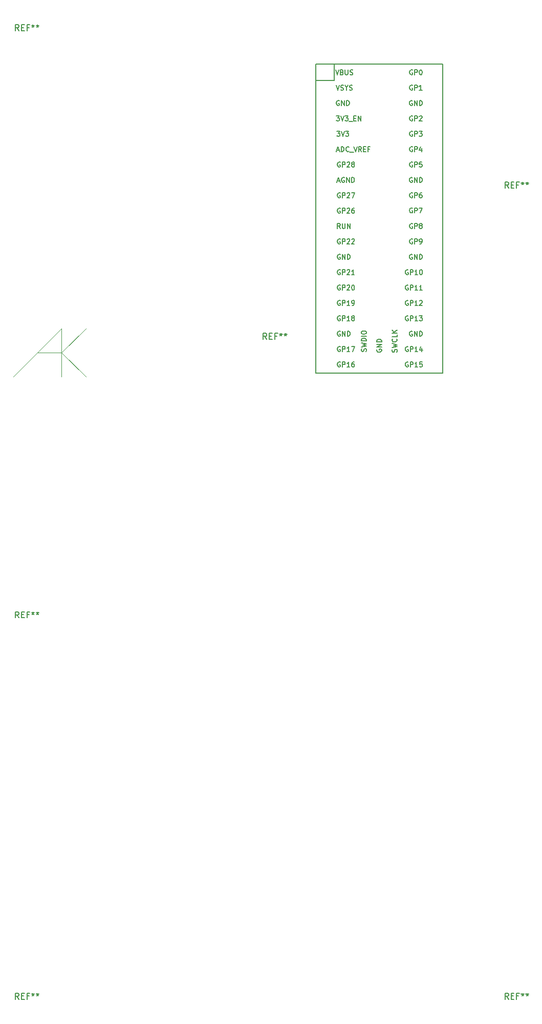
<source format=gto>
%TF.GenerationSoftware,KiCad,Pcbnew,8.0.3*%
%TF.CreationDate,2024-07-24T12:49:44+02:00*%
%TF.ProjectId,programmable,70726f67-7261-46d6-9d61-626c652e6b69,rev?*%
%TF.SameCoordinates,Original*%
%TF.FileFunction,Legend,Top*%
%TF.FilePolarity,Positive*%
%FSLAX46Y46*%
G04 Gerber Fmt 4.6, Leading zero omitted, Abs format (unit mm)*
G04 Created by KiCad (PCBNEW 8.0.3) date 2024-07-24 12:49:44*
%MOMM*%
%LPD*%
G01*
G04 APERTURE LIST*
%ADD10C,0.100000*%
%ADD11C,0.150000*%
%ADD12C,2.200000*%
%ADD13C,1.701800*%
%ADD14C,3.000000*%
%ADD15C,3.987800*%
%ADD16C,1.600000*%
%ADD17O,1.600000X1.600000*%
%ADD18O,1.700000X1.700000*%
%ADD19R,1.700000X1.700000*%
G04 APERTURE END LIST*
D10*
X45052500Y-88679600D02*
X53052500Y-80679600D01*
X57052500Y-88679600D02*
X53052500Y-84679600D01*
X53052500Y-84679600D02*
X49052500Y-84679600D01*
X53052500Y-80679600D02*
X53052500Y-88679600D01*
X57052500Y-80679600D02*
X53052500Y-84679600D01*
D11*
X86994166Y-82509419D02*
X86660833Y-82033228D01*
X86422738Y-82509419D02*
X86422738Y-81509419D01*
X86422738Y-81509419D02*
X86803690Y-81509419D01*
X86803690Y-81509419D02*
X86898928Y-81557038D01*
X86898928Y-81557038D02*
X86946547Y-81604657D01*
X86946547Y-81604657D02*
X86994166Y-81699895D01*
X86994166Y-81699895D02*
X86994166Y-81842752D01*
X86994166Y-81842752D02*
X86946547Y-81937990D01*
X86946547Y-81937990D02*
X86898928Y-81985609D01*
X86898928Y-81985609D02*
X86803690Y-82033228D01*
X86803690Y-82033228D02*
X86422738Y-82033228D01*
X87422738Y-81985609D02*
X87756071Y-81985609D01*
X87898928Y-82509419D02*
X87422738Y-82509419D01*
X87422738Y-82509419D02*
X87422738Y-81509419D01*
X87422738Y-81509419D02*
X87898928Y-81509419D01*
X88660833Y-81985609D02*
X88327500Y-81985609D01*
X88327500Y-82509419D02*
X88327500Y-81509419D01*
X88327500Y-81509419D02*
X88803690Y-81509419D01*
X89327500Y-81509419D02*
X89327500Y-81747514D01*
X89089405Y-81652276D02*
X89327500Y-81747514D01*
X89327500Y-81747514D02*
X89565595Y-81652276D01*
X89184643Y-81937990D02*
X89327500Y-81747514D01*
X89327500Y-81747514D02*
X89470357Y-81937990D01*
X90089405Y-81509419D02*
X90089405Y-81747514D01*
X89851310Y-81652276D02*
X90089405Y-81747514D01*
X90089405Y-81747514D02*
X90327500Y-81652276D01*
X89946548Y-81937990D02*
X90089405Y-81747514D01*
X90089405Y-81747514D02*
X90232262Y-81937990D01*
X45994166Y-128509419D02*
X45660833Y-128033228D01*
X45422738Y-128509419D02*
X45422738Y-127509419D01*
X45422738Y-127509419D02*
X45803690Y-127509419D01*
X45803690Y-127509419D02*
X45898928Y-127557038D01*
X45898928Y-127557038D02*
X45946547Y-127604657D01*
X45946547Y-127604657D02*
X45994166Y-127699895D01*
X45994166Y-127699895D02*
X45994166Y-127842752D01*
X45994166Y-127842752D02*
X45946547Y-127937990D01*
X45946547Y-127937990D02*
X45898928Y-127985609D01*
X45898928Y-127985609D02*
X45803690Y-128033228D01*
X45803690Y-128033228D02*
X45422738Y-128033228D01*
X46422738Y-127985609D02*
X46756071Y-127985609D01*
X46898928Y-128509419D02*
X46422738Y-128509419D01*
X46422738Y-128509419D02*
X46422738Y-127509419D01*
X46422738Y-127509419D02*
X46898928Y-127509419D01*
X47660833Y-127985609D02*
X47327500Y-127985609D01*
X47327500Y-128509419D02*
X47327500Y-127509419D01*
X47327500Y-127509419D02*
X47803690Y-127509419D01*
X48327500Y-127509419D02*
X48327500Y-127747514D01*
X48089405Y-127652276D02*
X48327500Y-127747514D01*
X48327500Y-127747514D02*
X48565595Y-127652276D01*
X48184643Y-127937990D02*
X48327500Y-127747514D01*
X48327500Y-127747514D02*
X48470357Y-127937990D01*
X49089405Y-127509419D02*
X49089405Y-127747514D01*
X48851310Y-127652276D02*
X49089405Y-127747514D01*
X49089405Y-127747514D02*
X49327500Y-127652276D01*
X48946548Y-127937990D02*
X49089405Y-127747514D01*
X49089405Y-127747514D02*
X49232262Y-127937990D01*
X126994166Y-191509419D02*
X126660833Y-191033228D01*
X126422738Y-191509419D02*
X126422738Y-190509419D01*
X126422738Y-190509419D02*
X126803690Y-190509419D01*
X126803690Y-190509419D02*
X126898928Y-190557038D01*
X126898928Y-190557038D02*
X126946547Y-190604657D01*
X126946547Y-190604657D02*
X126994166Y-190699895D01*
X126994166Y-190699895D02*
X126994166Y-190842752D01*
X126994166Y-190842752D02*
X126946547Y-190937990D01*
X126946547Y-190937990D02*
X126898928Y-190985609D01*
X126898928Y-190985609D02*
X126803690Y-191033228D01*
X126803690Y-191033228D02*
X126422738Y-191033228D01*
X127422738Y-190985609D02*
X127756071Y-190985609D01*
X127898928Y-191509419D02*
X127422738Y-191509419D01*
X127422738Y-191509419D02*
X127422738Y-190509419D01*
X127422738Y-190509419D02*
X127898928Y-190509419D01*
X128660833Y-190985609D02*
X128327500Y-190985609D01*
X128327500Y-191509419D02*
X128327500Y-190509419D01*
X128327500Y-190509419D02*
X128803690Y-190509419D01*
X129327500Y-190509419D02*
X129327500Y-190747514D01*
X129089405Y-190652276D02*
X129327500Y-190747514D01*
X129327500Y-190747514D02*
X129565595Y-190652276D01*
X129184643Y-190937990D02*
X129327500Y-190747514D01*
X129327500Y-190747514D02*
X129470357Y-190937990D01*
X130089405Y-190509419D02*
X130089405Y-190747514D01*
X129851310Y-190652276D02*
X130089405Y-190747514D01*
X130089405Y-190747514D02*
X130327500Y-190652276D01*
X129946548Y-190937990D02*
X130089405Y-190747514D01*
X130089405Y-190747514D02*
X130232262Y-190937990D01*
X45994166Y-191509419D02*
X45660833Y-191033228D01*
X45422738Y-191509419D02*
X45422738Y-190509419D01*
X45422738Y-190509419D02*
X45803690Y-190509419D01*
X45803690Y-190509419D02*
X45898928Y-190557038D01*
X45898928Y-190557038D02*
X45946547Y-190604657D01*
X45946547Y-190604657D02*
X45994166Y-190699895D01*
X45994166Y-190699895D02*
X45994166Y-190842752D01*
X45994166Y-190842752D02*
X45946547Y-190937990D01*
X45946547Y-190937990D02*
X45898928Y-190985609D01*
X45898928Y-190985609D02*
X45803690Y-191033228D01*
X45803690Y-191033228D02*
X45422738Y-191033228D01*
X46422738Y-190985609D02*
X46756071Y-190985609D01*
X46898928Y-191509419D02*
X46422738Y-191509419D01*
X46422738Y-191509419D02*
X46422738Y-190509419D01*
X46422738Y-190509419D02*
X46898928Y-190509419D01*
X47660833Y-190985609D02*
X47327500Y-190985609D01*
X47327500Y-191509419D02*
X47327500Y-190509419D01*
X47327500Y-190509419D02*
X47803690Y-190509419D01*
X48327500Y-190509419D02*
X48327500Y-190747514D01*
X48089405Y-190652276D02*
X48327500Y-190747514D01*
X48327500Y-190747514D02*
X48565595Y-190652276D01*
X48184643Y-190937990D02*
X48327500Y-190747514D01*
X48327500Y-190747514D02*
X48470357Y-190937990D01*
X49089405Y-190509419D02*
X49089405Y-190747514D01*
X48851310Y-190652276D02*
X49089405Y-190747514D01*
X49089405Y-190747514D02*
X49327500Y-190652276D01*
X48946548Y-190937990D02*
X49089405Y-190747514D01*
X49089405Y-190747514D02*
X49232262Y-190937990D01*
X126994166Y-57509419D02*
X126660833Y-57033228D01*
X126422738Y-57509419D02*
X126422738Y-56509419D01*
X126422738Y-56509419D02*
X126803690Y-56509419D01*
X126803690Y-56509419D02*
X126898928Y-56557038D01*
X126898928Y-56557038D02*
X126946547Y-56604657D01*
X126946547Y-56604657D02*
X126994166Y-56699895D01*
X126994166Y-56699895D02*
X126994166Y-56842752D01*
X126994166Y-56842752D02*
X126946547Y-56937990D01*
X126946547Y-56937990D02*
X126898928Y-56985609D01*
X126898928Y-56985609D02*
X126803690Y-57033228D01*
X126803690Y-57033228D02*
X126422738Y-57033228D01*
X127422738Y-56985609D02*
X127756071Y-56985609D01*
X127898928Y-57509419D02*
X127422738Y-57509419D01*
X127422738Y-57509419D02*
X127422738Y-56509419D01*
X127422738Y-56509419D02*
X127898928Y-56509419D01*
X128660833Y-56985609D02*
X128327500Y-56985609D01*
X128327500Y-57509419D02*
X128327500Y-56509419D01*
X128327500Y-56509419D02*
X128803690Y-56509419D01*
X129327500Y-56509419D02*
X129327500Y-56747514D01*
X129089405Y-56652276D02*
X129327500Y-56747514D01*
X129327500Y-56747514D02*
X129565595Y-56652276D01*
X129184643Y-56937990D02*
X129327500Y-56747514D01*
X129327500Y-56747514D02*
X129470357Y-56937990D01*
X130089405Y-56509419D02*
X130089405Y-56747514D01*
X129851310Y-56652276D02*
X130089405Y-56747514D01*
X130089405Y-56747514D02*
X130327500Y-56652276D01*
X129946548Y-56937990D02*
X130089405Y-56747514D01*
X130089405Y-56747514D02*
X130232262Y-56937990D01*
X45994166Y-31509419D02*
X45660833Y-31033228D01*
X45422738Y-31509419D02*
X45422738Y-30509419D01*
X45422738Y-30509419D02*
X45803690Y-30509419D01*
X45803690Y-30509419D02*
X45898928Y-30557038D01*
X45898928Y-30557038D02*
X45946547Y-30604657D01*
X45946547Y-30604657D02*
X45994166Y-30699895D01*
X45994166Y-30699895D02*
X45994166Y-30842752D01*
X45994166Y-30842752D02*
X45946547Y-30937990D01*
X45946547Y-30937990D02*
X45898928Y-30985609D01*
X45898928Y-30985609D02*
X45803690Y-31033228D01*
X45803690Y-31033228D02*
X45422738Y-31033228D01*
X46422738Y-30985609D02*
X46756071Y-30985609D01*
X46898928Y-31509419D02*
X46422738Y-31509419D01*
X46422738Y-31509419D02*
X46422738Y-30509419D01*
X46422738Y-30509419D02*
X46898928Y-30509419D01*
X47660833Y-30985609D02*
X47327500Y-30985609D01*
X47327500Y-31509419D02*
X47327500Y-30509419D01*
X47327500Y-30509419D02*
X47803690Y-30509419D01*
X48327500Y-30509419D02*
X48327500Y-30747514D01*
X48089405Y-30652276D02*
X48327500Y-30747514D01*
X48327500Y-30747514D02*
X48565595Y-30652276D01*
X48184643Y-30937990D02*
X48327500Y-30747514D01*
X48327500Y-30747514D02*
X48470357Y-30937990D01*
X49089405Y-30509419D02*
X49089405Y-30747514D01*
X48851310Y-30652276D02*
X49089405Y-30747514D01*
X49089405Y-30747514D02*
X49327500Y-30652276D01*
X48946548Y-30937990D02*
X49089405Y-30747514D01*
X49089405Y-30747514D02*
X49232262Y-30937990D01*
X111057976Y-43104990D02*
X110981786Y-43066895D01*
X110981786Y-43066895D02*
X110867500Y-43066895D01*
X110867500Y-43066895D02*
X110753214Y-43104990D01*
X110753214Y-43104990D02*
X110677024Y-43181180D01*
X110677024Y-43181180D02*
X110638929Y-43257371D01*
X110638929Y-43257371D02*
X110600833Y-43409752D01*
X110600833Y-43409752D02*
X110600833Y-43524038D01*
X110600833Y-43524038D02*
X110638929Y-43676419D01*
X110638929Y-43676419D02*
X110677024Y-43752609D01*
X110677024Y-43752609D02*
X110753214Y-43828800D01*
X110753214Y-43828800D02*
X110867500Y-43866895D01*
X110867500Y-43866895D02*
X110943691Y-43866895D01*
X110943691Y-43866895D02*
X111057976Y-43828800D01*
X111057976Y-43828800D02*
X111096072Y-43790704D01*
X111096072Y-43790704D02*
X111096072Y-43524038D01*
X111096072Y-43524038D02*
X110943691Y-43524038D01*
X111438929Y-43866895D02*
X111438929Y-43066895D01*
X111438929Y-43066895D02*
X111896072Y-43866895D01*
X111896072Y-43866895D02*
X111896072Y-43066895D01*
X112277024Y-43866895D02*
X112277024Y-43066895D01*
X112277024Y-43066895D02*
X112467500Y-43066895D01*
X112467500Y-43066895D02*
X112581786Y-43104990D01*
X112581786Y-43104990D02*
X112657976Y-43181180D01*
X112657976Y-43181180D02*
X112696071Y-43257371D01*
X112696071Y-43257371D02*
X112734167Y-43409752D01*
X112734167Y-43409752D02*
X112734167Y-43524038D01*
X112734167Y-43524038D02*
X112696071Y-43676419D01*
X112696071Y-43676419D02*
X112657976Y-43752609D01*
X112657976Y-43752609D02*
X112581786Y-43828800D01*
X112581786Y-43828800D02*
X112467500Y-43866895D01*
X112467500Y-43866895D02*
X112277024Y-43866895D01*
X111096071Y-48184990D02*
X111019881Y-48146895D01*
X111019881Y-48146895D02*
X110905595Y-48146895D01*
X110905595Y-48146895D02*
X110791309Y-48184990D01*
X110791309Y-48184990D02*
X110715119Y-48261180D01*
X110715119Y-48261180D02*
X110677024Y-48337371D01*
X110677024Y-48337371D02*
X110638928Y-48489752D01*
X110638928Y-48489752D02*
X110638928Y-48604038D01*
X110638928Y-48604038D02*
X110677024Y-48756419D01*
X110677024Y-48756419D02*
X110715119Y-48832609D01*
X110715119Y-48832609D02*
X110791309Y-48908800D01*
X110791309Y-48908800D02*
X110905595Y-48946895D01*
X110905595Y-48946895D02*
X110981786Y-48946895D01*
X110981786Y-48946895D02*
X111096071Y-48908800D01*
X111096071Y-48908800D02*
X111134167Y-48870704D01*
X111134167Y-48870704D02*
X111134167Y-48604038D01*
X111134167Y-48604038D02*
X110981786Y-48604038D01*
X111477024Y-48946895D02*
X111477024Y-48146895D01*
X111477024Y-48146895D02*
X111781786Y-48146895D01*
X111781786Y-48146895D02*
X111857976Y-48184990D01*
X111857976Y-48184990D02*
X111896071Y-48223085D01*
X111896071Y-48223085D02*
X111934167Y-48299276D01*
X111934167Y-48299276D02*
X111934167Y-48413561D01*
X111934167Y-48413561D02*
X111896071Y-48489752D01*
X111896071Y-48489752D02*
X111857976Y-48527847D01*
X111857976Y-48527847D02*
X111781786Y-48565942D01*
X111781786Y-48565942D02*
X111477024Y-48565942D01*
X112200833Y-48146895D02*
X112696071Y-48146895D01*
X112696071Y-48146895D02*
X112429405Y-48451657D01*
X112429405Y-48451657D02*
X112543690Y-48451657D01*
X112543690Y-48451657D02*
X112619881Y-48489752D01*
X112619881Y-48489752D02*
X112657976Y-48527847D01*
X112657976Y-48527847D02*
X112696071Y-48604038D01*
X112696071Y-48604038D02*
X112696071Y-48794514D01*
X112696071Y-48794514D02*
X112657976Y-48870704D01*
X112657976Y-48870704D02*
X112619881Y-48908800D01*
X112619881Y-48908800D02*
X112543690Y-48946895D01*
X112543690Y-48946895D02*
X112315119Y-48946895D01*
X112315119Y-48946895D02*
X112238928Y-48908800D01*
X112238928Y-48908800D02*
X112200833Y-48870704D01*
X99135118Y-76124990D02*
X99058928Y-76086895D01*
X99058928Y-76086895D02*
X98944642Y-76086895D01*
X98944642Y-76086895D02*
X98830356Y-76124990D01*
X98830356Y-76124990D02*
X98754166Y-76201180D01*
X98754166Y-76201180D02*
X98716071Y-76277371D01*
X98716071Y-76277371D02*
X98677975Y-76429752D01*
X98677975Y-76429752D02*
X98677975Y-76544038D01*
X98677975Y-76544038D02*
X98716071Y-76696419D01*
X98716071Y-76696419D02*
X98754166Y-76772609D01*
X98754166Y-76772609D02*
X98830356Y-76848800D01*
X98830356Y-76848800D02*
X98944642Y-76886895D01*
X98944642Y-76886895D02*
X99020833Y-76886895D01*
X99020833Y-76886895D02*
X99135118Y-76848800D01*
X99135118Y-76848800D02*
X99173214Y-76810704D01*
X99173214Y-76810704D02*
X99173214Y-76544038D01*
X99173214Y-76544038D02*
X99020833Y-76544038D01*
X99516071Y-76886895D02*
X99516071Y-76086895D01*
X99516071Y-76086895D02*
X99820833Y-76086895D01*
X99820833Y-76086895D02*
X99897023Y-76124990D01*
X99897023Y-76124990D02*
X99935118Y-76163085D01*
X99935118Y-76163085D02*
X99973214Y-76239276D01*
X99973214Y-76239276D02*
X99973214Y-76353561D01*
X99973214Y-76353561D02*
X99935118Y-76429752D01*
X99935118Y-76429752D02*
X99897023Y-76467847D01*
X99897023Y-76467847D02*
X99820833Y-76505942D01*
X99820833Y-76505942D02*
X99516071Y-76505942D01*
X100735118Y-76886895D02*
X100277975Y-76886895D01*
X100506547Y-76886895D02*
X100506547Y-76086895D01*
X100506547Y-76086895D02*
X100430356Y-76201180D01*
X100430356Y-76201180D02*
X100354166Y-76277371D01*
X100354166Y-76277371D02*
X100277975Y-76315466D01*
X101116071Y-76886895D02*
X101268452Y-76886895D01*
X101268452Y-76886895D02*
X101344642Y-76848800D01*
X101344642Y-76848800D02*
X101382738Y-76810704D01*
X101382738Y-76810704D02*
X101458928Y-76696419D01*
X101458928Y-76696419D02*
X101497023Y-76544038D01*
X101497023Y-76544038D02*
X101497023Y-76239276D01*
X101497023Y-76239276D02*
X101458928Y-76163085D01*
X101458928Y-76163085D02*
X101420833Y-76124990D01*
X101420833Y-76124990D02*
X101344642Y-76086895D01*
X101344642Y-76086895D02*
X101192261Y-76086895D01*
X101192261Y-76086895D02*
X101116071Y-76124990D01*
X101116071Y-76124990D02*
X101077976Y-76163085D01*
X101077976Y-76163085D02*
X101039880Y-76239276D01*
X101039880Y-76239276D02*
X101039880Y-76429752D01*
X101039880Y-76429752D02*
X101077976Y-76505942D01*
X101077976Y-76505942D02*
X101116071Y-76544038D01*
X101116071Y-76544038D02*
X101192261Y-76582133D01*
X101192261Y-76582133D02*
X101344642Y-76582133D01*
X101344642Y-76582133D02*
X101420833Y-76544038D01*
X101420833Y-76544038D02*
X101458928Y-76505942D01*
X101458928Y-76505942D02*
X101497023Y-76429752D01*
X99135118Y-83744990D02*
X99058928Y-83706895D01*
X99058928Y-83706895D02*
X98944642Y-83706895D01*
X98944642Y-83706895D02*
X98830356Y-83744990D01*
X98830356Y-83744990D02*
X98754166Y-83821180D01*
X98754166Y-83821180D02*
X98716071Y-83897371D01*
X98716071Y-83897371D02*
X98677975Y-84049752D01*
X98677975Y-84049752D02*
X98677975Y-84164038D01*
X98677975Y-84164038D02*
X98716071Y-84316419D01*
X98716071Y-84316419D02*
X98754166Y-84392609D01*
X98754166Y-84392609D02*
X98830356Y-84468800D01*
X98830356Y-84468800D02*
X98944642Y-84506895D01*
X98944642Y-84506895D02*
X99020833Y-84506895D01*
X99020833Y-84506895D02*
X99135118Y-84468800D01*
X99135118Y-84468800D02*
X99173214Y-84430704D01*
X99173214Y-84430704D02*
X99173214Y-84164038D01*
X99173214Y-84164038D02*
X99020833Y-84164038D01*
X99516071Y-84506895D02*
X99516071Y-83706895D01*
X99516071Y-83706895D02*
X99820833Y-83706895D01*
X99820833Y-83706895D02*
X99897023Y-83744990D01*
X99897023Y-83744990D02*
X99935118Y-83783085D01*
X99935118Y-83783085D02*
X99973214Y-83859276D01*
X99973214Y-83859276D02*
X99973214Y-83973561D01*
X99973214Y-83973561D02*
X99935118Y-84049752D01*
X99935118Y-84049752D02*
X99897023Y-84087847D01*
X99897023Y-84087847D02*
X99820833Y-84125942D01*
X99820833Y-84125942D02*
X99516071Y-84125942D01*
X100735118Y-84506895D02*
X100277975Y-84506895D01*
X100506547Y-84506895D02*
X100506547Y-83706895D01*
X100506547Y-83706895D02*
X100430356Y-83821180D01*
X100430356Y-83821180D02*
X100354166Y-83897371D01*
X100354166Y-83897371D02*
X100277975Y-83935466D01*
X101001785Y-83706895D02*
X101535119Y-83706895D01*
X101535119Y-83706895D02*
X101192261Y-84506895D01*
X110365118Y-71044990D02*
X110288928Y-71006895D01*
X110288928Y-71006895D02*
X110174642Y-71006895D01*
X110174642Y-71006895D02*
X110060356Y-71044990D01*
X110060356Y-71044990D02*
X109984166Y-71121180D01*
X109984166Y-71121180D02*
X109946071Y-71197371D01*
X109946071Y-71197371D02*
X109907975Y-71349752D01*
X109907975Y-71349752D02*
X109907975Y-71464038D01*
X109907975Y-71464038D02*
X109946071Y-71616419D01*
X109946071Y-71616419D02*
X109984166Y-71692609D01*
X109984166Y-71692609D02*
X110060356Y-71768800D01*
X110060356Y-71768800D02*
X110174642Y-71806895D01*
X110174642Y-71806895D02*
X110250833Y-71806895D01*
X110250833Y-71806895D02*
X110365118Y-71768800D01*
X110365118Y-71768800D02*
X110403214Y-71730704D01*
X110403214Y-71730704D02*
X110403214Y-71464038D01*
X110403214Y-71464038D02*
X110250833Y-71464038D01*
X110746071Y-71806895D02*
X110746071Y-71006895D01*
X110746071Y-71006895D02*
X111050833Y-71006895D01*
X111050833Y-71006895D02*
X111127023Y-71044990D01*
X111127023Y-71044990D02*
X111165118Y-71083085D01*
X111165118Y-71083085D02*
X111203214Y-71159276D01*
X111203214Y-71159276D02*
X111203214Y-71273561D01*
X111203214Y-71273561D02*
X111165118Y-71349752D01*
X111165118Y-71349752D02*
X111127023Y-71387847D01*
X111127023Y-71387847D02*
X111050833Y-71425942D01*
X111050833Y-71425942D02*
X110746071Y-71425942D01*
X111965118Y-71806895D02*
X111507975Y-71806895D01*
X111736547Y-71806895D02*
X111736547Y-71006895D01*
X111736547Y-71006895D02*
X111660356Y-71121180D01*
X111660356Y-71121180D02*
X111584166Y-71197371D01*
X111584166Y-71197371D02*
X111507975Y-71235466D01*
X112460357Y-71006895D02*
X112536547Y-71006895D01*
X112536547Y-71006895D02*
X112612738Y-71044990D01*
X112612738Y-71044990D02*
X112650833Y-71083085D01*
X112650833Y-71083085D02*
X112688928Y-71159276D01*
X112688928Y-71159276D02*
X112727023Y-71311657D01*
X112727023Y-71311657D02*
X112727023Y-71502133D01*
X112727023Y-71502133D02*
X112688928Y-71654514D01*
X112688928Y-71654514D02*
X112650833Y-71730704D01*
X112650833Y-71730704D02*
X112612738Y-71768800D01*
X112612738Y-71768800D02*
X112536547Y-71806895D01*
X112536547Y-71806895D02*
X112460357Y-71806895D01*
X112460357Y-71806895D02*
X112384166Y-71768800D01*
X112384166Y-71768800D02*
X112346071Y-71730704D01*
X112346071Y-71730704D02*
X112307976Y-71654514D01*
X112307976Y-71654514D02*
X112269880Y-71502133D01*
X112269880Y-71502133D02*
X112269880Y-71311657D01*
X112269880Y-71311657D02*
X112307976Y-71159276D01*
X112307976Y-71159276D02*
X112346071Y-71083085D01*
X112346071Y-71083085D02*
X112384166Y-71044990D01*
X112384166Y-71044990D02*
X112460357Y-71006895D01*
X110365118Y-83744990D02*
X110288928Y-83706895D01*
X110288928Y-83706895D02*
X110174642Y-83706895D01*
X110174642Y-83706895D02*
X110060356Y-83744990D01*
X110060356Y-83744990D02*
X109984166Y-83821180D01*
X109984166Y-83821180D02*
X109946071Y-83897371D01*
X109946071Y-83897371D02*
X109907975Y-84049752D01*
X109907975Y-84049752D02*
X109907975Y-84164038D01*
X109907975Y-84164038D02*
X109946071Y-84316419D01*
X109946071Y-84316419D02*
X109984166Y-84392609D01*
X109984166Y-84392609D02*
X110060356Y-84468800D01*
X110060356Y-84468800D02*
X110174642Y-84506895D01*
X110174642Y-84506895D02*
X110250833Y-84506895D01*
X110250833Y-84506895D02*
X110365118Y-84468800D01*
X110365118Y-84468800D02*
X110403214Y-84430704D01*
X110403214Y-84430704D02*
X110403214Y-84164038D01*
X110403214Y-84164038D02*
X110250833Y-84164038D01*
X110746071Y-84506895D02*
X110746071Y-83706895D01*
X110746071Y-83706895D02*
X111050833Y-83706895D01*
X111050833Y-83706895D02*
X111127023Y-83744990D01*
X111127023Y-83744990D02*
X111165118Y-83783085D01*
X111165118Y-83783085D02*
X111203214Y-83859276D01*
X111203214Y-83859276D02*
X111203214Y-83973561D01*
X111203214Y-83973561D02*
X111165118Y-84049752D01*
X111165118Y-84049752D02*
X111127023Y-84087847D01*
X111127023Y-84087847D02*
X111050833Y-84125942D01*
X111050833Y-84125942D02*
X110746071Y-84125942D01*
X111965118Y-84506895D02*
X111507975Y-84506895D01*
X111736547Y-84506895D02*
X111736547Y-83706895D01*
X111736547Y-83706895D02*
X111660356Y-83821180D01*
X111660356Y-83821180D02*
X111584166Y-83897371D01*
X111584166Y-83897371D02*
X111507975Y-83935466D01*
X112650833Y-83973561D02*
X112650833Y-84506895D01*
X112460357Y-83668800D02*
X112269880Y-84240228D01*
X112269880Y-84240228D02*
X112765119Y-84240228D01*
X111096071Y-40554990D02*
X111019881Y-40516895D01*
X111019881Y-40516895D02*
X110905595Y-40516895D01*
X110905595Y-40516895D02*
X110791309Y-40554990D01*
X110791309Y-40554990D02*
X110715119Y-40631180D01*
X110715119Y-40631180D02*
X110677024Y-40707371D01*
X110677024Y-40707371D02*
X110638928Y-40859752D01*
X110638928Y-40859752D02*
X110638928Y-40974038D01*
X110638928Y-40974038D02*
X110677024Y-41126419D01*
X110677024Y-41126419D02*
X110715119Y-41202609D01*
X110715119Y-41202609D02*
X110791309Y-41278800D01*
X110791309Y-41278800D02*
X110905595Y-41316895D01*
X110905595Y-41316895D02*
X110981786Y-41316895D01*
X110981786Y-41316895D02*
X111096071Y-41278800D01*
X111096071Y-41278800D02*
X111134167Y-41240704D01*
X111134167Y-41240704D02*
X111134167Y-40974038D01*
X111134167Y-40974038D02*
X110981786Y-40974038D01*
X111477024Y-41316895D02*
X111477024Y-40516895D01*
X111477024Y-40516895D02*
X111781786Y-40516895D01*
X111781786Y-40516895D02*
X111857976Y-40554990D01*
X111857976Y-40554990D02*
X111896071Y-40593085D01*
X111896071Y-40593085D02*
X111934167Y-40669276D01*
X111934167Y-40669276D02*
X111934167Y-40783561D01*
X111934167Y-40783561D02*
X111896071Y-40859752D01*
X111896071Y-40859752D02*
X111857976Y-40897847D01*
X111857976Y-40897847D02*
X111781786Y-40935942D01*
X111781786Y-40935942D02*
X111477024Y-40935942D01*
X112696071Y-41316895D02*
X112238928Y-41316895D01*
X112467500Y-41316895D02*
X112467500Y-40516895D01*
X112467500Y-40516895D02*
X112391309Y-40631180D01*
X112391309Y-40631180D02*
X112315119Y-40707371D01*
X112315119Y-40707371D02*
X112238928Y-40745466D01*
X105227890Y-84164123D02*
X105189795Y-84240313D01*
X105189795Y-84240313D02*
X105189795Y-84354599D01*
X105189795Y-84354599D02*
X105227890Y-84468885D01*
X105227890Y-84468885D02*
X105304080Y-84545075D01*
X105304080Y-84545075D02*
X105380271Y-84583170D01*
X105380271Y-84583170D02*
X105532652Y-84621266D01*
X105532652Y-84621266D02*
X105646938Y-84621266D01*
X105646938Y-84621266D02*
X105799319Y-84583170D01*
X105799319Y-84583170D02*
X105875509Y-84545075D01*
X105875509Y-84545075D02*
X105951700Y-84468885D01*
X105951700Y-84468885D02*
X105989795Y-84354599D01*
X105989795Y-84354599D02*
X105989795Y-84278408D01*
X105989795Y-84278408D02*
X105951700Y-84164123D01*
X105951700Y-84164123D02*
X105913604Y-84126027D01*
X105913604Y-84126027D02*
X105646938Y-84126027D01*
X105646938Y-84126027D02*
X105646938Y-84278408D01*
X105989795Y-83783170D02*
X105189795Y-83783170D01*
X105189795Y-83783170D02*
X105989795Y-83326027D01*
X105989795Y-83326027D02*
X105189795Y-83326027D01*
X105989795Y-82945075D02*
X105189795Y-82945075D01*
X105189795Y-82945075D02*
X105189795Y-82754599D01*
X105189795Y-82754599D02*
X105227890Y-82640313D01*
X105227890Y-82640313D02*
X105304080Y-82564123D01*
X105304080Y-82564123D02*
X105380271Y-82526028D01*
X105380271Y-82526028D02*
X105532652Y-82487932D01*
X105532652Y-82487932D02*
X105646938Y-82487932D01*
X105646938Y-82487932D02*
X105799319Y-82526028D01*
X105799319Y-82526028D02*
X105875509Y-82564123D01*
X105875509Y-82564123D02*
X105951700Y-82640313D01*
X105951700Y-82640313D02*
X105989795Y-82754599D01*
X105989795Y-82754599D02*
X105989795Y-82945075D01*
X110365118Y-86284990D02*
X110288928Y-86246895D01*
X110288928Y-86246895D02*
X110174642Y-86246895D01*
X110174642Y-86246895D02*
X110060356Y-86284990D01*
X110060356Y-86284990D02*
X109984166Y-86361180D01*
X109984166Y-86361180D02*
X109946071Y-86437371D01*
X109946071Y-86437371D02*
X109907975Y-86589752D01*
X109907975Y-86589752D02*
X109907975Y-86704038D01*
X109907975Y-86704038D02*
X109946071Y-86856419D01*
X109946071Y-86856419D02*
X109984166Y-86932609D01*
X109984166Y-86932609D02*
X110060356Y-87008800D01*
X110060356Y-87008800D02*
X110174642Y-87046895D01*
X110174642Y-87046895D02*
X110250833Y-87046895D01*
X110250833Y-87046895D02*
X110365118Y-87008800D01*
X110365118Y-87008800D02*
X110403214Y-86970704D01*
X110403214Y-86970704D02*
X110403214Y-86704038D01*
X110403214Y-86704038D02*
X110250833Y-86704038D01*
X110746071Y-87046895D02*
X110746071Y-86246895D01*
X110746071Y-86246895D02*
X111050833Y-86246895D01*
X111050833Y-86246895D02*
X111127023Y-86284990D01*
X111127023Y-86284990D02*
X111165118Y-86323085D01*
X111165118Y-86323085D02*
X111203214Y-86399276D01*
X111203214Y-86399276D02*
X111203214Y-86513561D01*
X111203214Y-86513561D02*
X111165118Y-86589752D01*
X111165118Y-86589752D02*
X111127023Y-86627847D01*
X111127023Y-86627847D02*
X111050833Y-86665942D01*
X111050833Y-86665942D02*
X110746071Y-86665942D01*
X111965118Y-87046895D02*
X111507975Y-87046895D01*
X111736547Y-87046895D02*
X111736547Y-86246895D01*
X111736547Y-86246895D02*
X111660356Y-86361180D01*
X111660356Y-86361180D02*
X111584166Y-86437371D01*
X111584166Y-86437371D02*
X111507975Y-86475466D01*
X112688928Y-86246895D02*
X112307976Y-86246895D01*
X112307976Y-86246895D02*
X112269880Y-86627847D01*
X112269880Y-86627847D02*
X112307976Y-86589752D01*
X112307976Y-86589752D02*
X112384166Y-86551657D01*
X112384166Y-86551657D02*
X112574642Y-86551657D01*
X112574642Y-86551657D02*
X112650833Y-86589752D01*
X112650833Y-86589752D02*
X112688928Y-86627847D01*
X112688928Y-86627847D02*
X112727023Y-86704038D01*
X112727023Y-86704038D02*
X112727023Y-86894514D01*
X112727023Y-86894514D02*
X112688928Y-86970704D01*
X112688928Y-86970704D02*
X112650833Y-87008800D01*
X112650833Y-87008800D02*
X112574642Y-87046895D01*
X112574642Y-87046895D02*
X112384166Y-87046895D01*
X112384166Y-87046895D02*
X112307976Y-87008800D01*
X112307976Y-87008800D02*
X112269880Y-86970704D01*
X99147024Y-64186895D02*
X98880357Y-63805942D01*
X98689881Y-64186895D02*
X98689881Y-63386895D01*
X98689881Y-63386895D02*
X98994643Y-63386895D01*
X98994643Y-63386895D02*
X99070833Y-63424990D01*
X99070833Y-63424990D02*
X99108928Y-63463085D01*
X99108928Y-63463085D02*
X99147024Y-63539276D01*
X99147024Y-63539276D02*
X99147024Y-63653561D01*
X99147024Y-63653561D02*
X99108928Y-63729752D01*
X99108928Y-63729752D02*
X99070833Y-63767847D01*
X99070833Y-63767847D02*
X98994643Y-63805942D01*
X98994643Y-63805942D02*
X98689881Y-63805942D01*
X99489881Y-63386895D02*
X99489881Y-64034514D01*
X99489881Y-64034514D02*
X99527976Y-64110704D01*
X99527976Y-64110704D02*
X99566071Y-64148800D01*
X99566071Y-64148800D02*
X99642262Y-64186895D01*
X99642262Y-64186895D02*
X99794643Y-64186895D01*
X99794643Y-64186895D02*
X99870833Y-64148800D01*
X99870833Y-64148800D02*
X99908928Y-64110704D01*
X99908928Y-64110704D02*
X99947024Y-64034514D01*
X99947024Y-64034514D02*
X99947024Y-63386895D01*
X100327976Y-64186895D02*
X100327976Y-63386895D01*
X100327976Y-63386895D02*
X100785119Y-64186895D01*
X100785119Y-64186895D02*
X100785119Y-63386895D01*
X111096071Y-63424990D02*
X111019881Y-63386895D01*
X111019881Y-63386895D02*
X110905595Y-63386895D01*
X110905595Y-63386895D02*
X110791309Y-63424990D01*
X110791309Y-63424990D02*
X110715119Y-63501180D01*
X110715119Y-63501180D02*
X110677024Y-63577371D01*
X110677024Y-63577371D02*
X110638928Y-63729752D01*
X110638928Y-63729752D02*
X110638928Y-63844038D01*
X110638928Y-63844038D02*
X110677024Y-63996419D01*
X110677024Y-63996419D02*
X110715119Y-64072609D01*
X110715119Y-64072609D02*
X110791309Y-64148800D01*
X110791309Y-64148800D02*
X110905595Y-64186895D01*
X110905595Y-64186895D02*
X110981786Y-64186895D01*
X110981786Y-64186895D02*
X111096071Y-64148800D01*
X111096071Y-64148800D02*
X111134167Y-64110704D01*
X111134167Y-64110704D02*
X111134167Y-63844038D01*
X111134167Y-63844038D02*
X110981786Y-63844038D01*
X111477024Y-64186895D02*
X111477024Y-63386895D01*
X111477024Y-63386895D02*
X111781786Y-63386895D01*
X111781786Y-63386895D02*
X111857976Y-63424990D01*
X111857976Y-63424990D02*
X111896071Y-63463085D01*
X111896071Y-63463085D02*
X111934167Y-63539276D01*
X111934167Y-63539276D02*
X111934167Y-63653561D01*
X111934167Y-63653561D02*
X111896071Y-63729752D01*
X111896071Y-63729752D02*
X111857976Y-63767847D01*
X111857976Y-63767847D02*
X111781786Y-63805942D01*
X111781786Y-63805942D02*
X111477024Y-63805942D01*
X112391309Y-63729752D02*
X112315119Y-63691657D01*
X112315119Y-63691657D02*
X112277024Y-63653561D01*
X112277024Y-63653561D02*
X112238928Y-63577371D01*
X112238928Y-63577371D02*
X112238928Y-63539276D01*
X112238928Y-63539276D02*
X112277024Y-63463085D01*
X112277024Y-63463085D02*
X112315119Y-63424990D01*
X112315119Y-63424990D02*
X112391309Y-63386895D01*
X112391309Y-63386895D02*
X112543690Y-63386895D01*
X112543690Y-63386895D02*
X112619881Y-63424990D01*
X112619881Y-63424990D02*
X112657976Y-63463085D01*
X112657976Y-63463085D02*
X112696071Y-63539276D01*
X112696071Y-63539276D02*
X112696071Y-63577371D01*
X112696071Y-63577371D02*
X112657976Y-63653561D01*
X112657976Y-63653561D02*
X112619881Y-63691657D01*
X112619881Y-63691657D02*
X112543690Y-63729752D01*
X112543690Y-63729752D02*
X112391309Y-63729752D01*
X112391309Y-63729752D02*
X112315119Y-63767847D01*
X112315119Y-63767847D02*
X112277024Y-63805942D01*
X112277024Y-63805942D02*
X112238928Y-63882133D01*
X112238928Y-63882133D02*
X112238928Y-64034514D01*
X112238928Y-64034514D02*
X112277024Y-64110704D01*
X112277024Y-64110704D02*
X112315119Y-64148800D01*
X112315119Y-64148800D02*
X112391309Y-64186895D01*
X112391309Y-64186895D02*
X112543690Y-64186895D01*
X112543690Y-64186895D02*
X112619881Y-64148800D01*
X112619881Y-64148800D02*
X112657976Y-64110704D01*
X112657976Y-64110704D02*
X112696071Y-64034514D01*
X112696071Y-64034514D02*
X112696071Y-63882133D01*
X112696071Y-63882133D02*
X112657976Y-63805942D01*
X112657976Y-63805942D02*
X112619881Y-63767847D01*
X112619881Y-63767847D02*
X112543690Y-63729752D01*
X111057976Y-81204990D02*
X110981786Y-81166895D01*
X110981786Y-81166895D02*
X110867500Y-81166895D01*
X110867500Y-81166895D02*
X110753214Y-81204990D01*
X110753214Y-81204990D02*
X110677024Y-81281180D01*
X110677024Y-81281180D02*
X110638929Y-81357371D01*
X110638929Y-81357371D02*
X110600833Y-81509752D01*
X110600833Y-81509752D02*
X110600833Y-81624038D01*
X110600833Y-81624038D02*
X110638929Y-81776419D01*
X110638929Y-81776419D02*
X110677024Y-81852609D01*
X110677024Y-81852609D02*
X110753214Y-81928800D01*
X110753214Y-81928800D02*
X110867500Y-81966895D01*
X110867500Y-81966895D02*
X110943691Y-81966895D01*
X110943691Y-81966895D02*
X111057976Y-81928800D01*
X111057976Y-81928800D02*
X111096072Y-81890704D01*
X111096072Y-81890704D02*
X111096072Y-81624038D01*
X111096072Y-81624038D02*
X110943691Y-81624038D01*
X111438929Y-81966895D02*
X111438929Y-81166895D01*
X111438929Y-81166895D02*
X111896072Y-81966895D01*
X111896072Y-81966895D02*
X111896072Y-81166895D01*
X112277024Y-81966895D02*
X112277024Y-81166895D01*
X112277024Y-81166895D02*
X112467500Y-81166895D01*
X112467500Y-81166895D02*
X112581786Y-81204990D01*
X112581786Y-81204990D02*
X112657976Y-81281180D01*
X112657976Y-81281180D02*
X112696071Y-81357371D01*
X112696071Y-81357371D02*
X112734167Y-81509752D01*
X112734167Y-81509752D02*
X112734167Y-81624038D01*
X112734167Y-81624038D02*
X112696071Y-81776419D01*
X112696071Y-81776419D02*
X112657976Y-81852609D01*
X112657976Y-81852609D02*
X112581786Y-81928800D01*
X112581786Y-81928800D02*
X112467500Y-81966895D01*
X112467500Y-81966895D02*
X112277024Y-81966895D01*
X99127976Y-68504990D02*
X99051786Y-68466895D01*
X99051786Y-68466895D02*
X98937500Y-68466895D01*
X98937500Y-68466895D02*
X98823214Y-68504990D01*
X98823214Y-68504990D02*
X98747024Y-68581180D01*
X98747024Y-68581180D02*
X98708929Y-68657371D01*
X98708929Y-68657371D02*
X98670833Y-68809752D01*
X98670833Y-68809752D02*
X98670833Y-68924038D01*
X98670833Y-68924038D02*
X98708929Y-69076419D01*
X98708929Y-69076419D02*
X98747024Y-69152609D01*
X98747024Y-69152609D02*
X98823214Y-69228800D01*
X98823214Y-69228800D02*
X98937500Y-69266895D01*
X98937500Y-69266895D02*
X99013691Y-69266895D01*
X99013691Y-69266895D02*
X99127976Y-69228800D01*
X99127976Y-69228800D02*
X99166072Y-69190704D01*
X99166072Y-69190704D02*
X99166072Y-68924038D01*
X99166072Y-68924038D02*
X99013691Y-68924038D01*
X99508929Y-69266895D02*
X99508929Y-68466895D01*
X99508929Y-68466895D02*
X99966072Y-69266895D01*
X99966072Y-69266895D02*
X99966072Y-68466895D01*
X100347024Y-69266895D02*
X100347024Y-68466895D01*
X100347024Y-68466895D02*
X100537500Y-68466895D01*
X100537500Y-68466895D02*
X100651786Y-68504990D01*
X100651786Y-68504990D02*
X100727976Y-68581180D01*
X100727976Y-68581180D02*
X100766071Y-68657371D01*
X100766071Y-68657371D02*
X100804167Y-68809752D01*
X100804167Y-68809752D02*
X100804167Y-68924038D01*
X100804167Y-68924038D02*
X100766071Y-69076419D01*
X100766071Y-69076419D02*
X100727976Y-69152609D01*
X100727976Y-69152609D02*
X100651786Y-69228800D01*
X100651786Y-69228800D02*
X100537500Y-69266895D01*
X100537500Y-69266895D02*
X100347024Y-69266895D01*
X99135118Y-71054990D02*
X99058928Y-71016895D01*
X99058928Y-71016895D02*
X98944642Y-71016895D01*
X98944642Y-71016895D02*
X98830356Y-71054990D01*
X98830356Y-71054990D02*
X98754166Y-71131180D01*
X98754166Y-71131180D02*
X98716071Y-71207371D01*
X98716071Y-71207371D02*
X98677975Y-71359752D01*
X98677975Y-71359752D02*
X98677975Y-71474038D01*
X98677975Y-71474038D02*
X98716071Y-71626419D01*
X98716071Y-71626419D02*
X98754166Y-71702609D01*
X98754166Y-71702609D02*
X98830356Y-71778800D01*
X98830356Y-71778800D02*
X98944642Y-71816895D01*
X98944642Y-71816895D02*
X99020833Y-71816895D01*
X99020833Y-71816895D02*
X99135118Y-71778800D01*
X99135118Y-71778800D02*
X99173214Y-71740704D01*
X99173214Y-71740704D02*
X99173214Y-71474038D01*
X99173214Y-71474038D02*
X99020833Y-71474038D01*
X99516071Y-71816895D02*
X99516071Y-71016895D01*
X99516071Y-71016895D02*
X99820833Y-71016895D01*
X99820833Y-71016895D02*
X99897023Y-71054990D01*
X99897023Y-71054990D02*
X99935118Y-71093085D01*
X99935118Y-71093085D02*
X99973214Y-71169276D01*
X99973214Y-71169276D02*
X99973214Y-71283561D01*
X99973214Y-71283561D02*
X99935118Y-71359752D01*
X99935118Y-71359752D02*
X99897023Y-71397847D01*
X99897023Y-71397847D02*
X99820833Y-71435942D01*
X99820833Y-71435942D02*
X99516071Y-71435942D01*
X100277975Y-71093085D02*
X100316071Y-71054990D01*
X100316071Y-71054990D02*
X100392261Y-71016895D01*
X100392261Y-71016895D02*
X100582737Y-71016895D01*
X100582737Y-71016895D02*
X100658928Y-71054990D01*
X100658928Y-71054990D02*
X100697023Y-71093085D01*
X100697023Y-71093085D02*
X100735118Y-71169276D01*
X100735118Y-71169276D02*
X100735118Y-71245466D01*
X100735118Y-71245466D02*
X100697023Y-71359752D01*
X100697023Y-71359752D02*
X100239880Y-71816895D01*
X100239880Y-71816895D02*
X100735118Y-71816895D01*
X101497023Y-71816895D02*
X101039880Y-71816895D01*
X101268452Y-71816895D02*
X101268452Y-71016895D01*
X101268452Y-71016895D02*
X101192261Y-71131180D01*
X101192261Y-71131180D02*
X101116071Y-71207371D01*
X101116071Y-71207371D02*
X101039880Y-71245466D01*
X99135118Y-60884990D02*
X99058928Y-60846895D01*
X99058928Y-60846895D02*
X98944642Y-60846895D01*
X98944642Y-60846895D02*
X98830356Y-60884990D01*
X98830356Y-60884990D02*
X98754166Y-60961180D01*
X98754166Y-60961180D02*
X98716071Y-61037371D01*
X98716071Y-61037371D02*
X98677975Y-61189752D01*
X98677975Y-61189752D02*
X98677975Y-61304038D01*
X98677975Y-61304038D02*
X98716071Y-61456419D01*
X98716071Y-61456419D02*
X98754166Y-61532609D01*
X98754166Y-61532609D02*
X98830356Y-61608800D01*
X98830356Y-61608800D02*
X98944642Y-61646895D01*
X98944642Y-61646895D02*
X99020833Y-61646895D01*
X99020833Y-61646895D02*
X99135118Y-61608800D01*
X99135118Y-61608800D02*
X99173214Y-61570704D01*
X99173214Y-61570704D02*
X99173214Y-61304038D01*
X99173214Y-61304038D02*
X99020833Y-61304038D01*
X99516071Y-61646895D02*
X99516071Y-60846895D01*
X99516071Y-60846895D02*
X99820833Y-60846895D01*
X99820833Y-60846895D02*
X99897023Y-60884990D01*
X99897023Y-60884990D02*
X99935118Y-60923085D01*
X99935118Y-60923085D02*
X99973214Y-60999276D01*
X99973214Y-60999276D02*
X99973214Y-61113561D01*
X99973214Y-61113561D02*
X99935118Y-61189752D01*
X99935118Y-61189752D02*
X99897023Y-61227847D01*
X99897023Y-61227847D02*
X99820833Y-61265942D01*
X99820833Y-61265942D02*
X99516071Y-61265942D01*
X100277975Y-60923085D02*
X100316071Y-60884990D01*
X100316071Y-60884990D02*
X100392261Y-60846895D01*
X100392261Y-60846895D02*
X100582737Y-60846895D01*
X100582737Y-60846895D02*
X100658928Y-60884990D01*
X100658928Y-60884990D02*
X100697023Y-60923085D01*
X100697023Y-60923085D02*
X100735118Y-60999276D01*
X100735118Y-60999276D02*
X100735118Y-61075466D01*
X100735118Y-61075466D02*
X100697023Y-61189752D01*
X100697023Y-61189752D02*
X100239880Y-61646895D01*
X100239880Y-61646895D02*
X100735118Y-61646895D01*
X101420833Y-60846895D02*
X101268452Y-60846895D01*
X101268452Y-60846895D02*
X101192261Y-60884990D01*
X101192261Y-60884990D02*
X101154166Y-60923085D01*
X101154166Y-60923085D02*
X101077976Y-61037371D01*
X101077976Y-61037371D02*
X101039880Y-61189752D01*
X101039880Y-61189752D02*
X101039880Y-61494514D01*
X101039880Y-61494514D02*
X101077976Y-61570704D01*
X101077976Y-61570704D02*
X101116071Y-61608800D01*
X101116071Y-61608800D02*
X101192261Y-61646895D01*
X101192261Y-61646895D02*
X101344642Y-61646895D01*
X101344642Y-61646895D02*
X101420833Y-61608800D01*
X101420833Y-61608800D02*
X101458928Y-61570704D01*
X101458928Y-61570704D02*
X101497023Y-61494514D01*
X101497023Y-61494514D02*
X101497023Y-61304038D01*
X101497023Y-61304038D02*
X101458928Y-61227847D01*
X101458928Y-61227847D02*
X101420833Y-61189752D01*
X101420833Y-61189752D02*
X101344642Y-61151657D01*
X101344642Y-61151657D02*
X101192261Y-61151657D01*
X101192261Y-61151657D02*
X101116071Y-61189752D01*
X101116071Y-61189752D02*
X101077976Y-61227847D01*
X101077976Y-61227847D02*
X101039880Y-61304038D01*
X111096071Y-60854990D02*
X111019881Y-60816895D01*
X111019881Y-60816895D02*
X110905595Y-60816895D01*
X110905595Y-60816895D02*
X110791309Y-60854990D01*
X110791309Y-60854990D02*
X110715119Y-60931180D01*
X110715119Y-60931180D02*
X110677024Y-61007371D01*
X110677024Y-61007371D02*
X110638928Y-61159752D01*
X110638928Y-61159752D02*
X110638928Y-61274038D01*
X110638928Y-61274038D02*
X110677024Y-61426419D01*
X110677024Y-61426419D02*
X110715119Y-61502609D01*
X110715119Y-61502609D02*
X110791309Y-61578800D01*
X110791309Y-61578800D02*
X110905595Y-61616895D01*
X110905595Y-61616895D02*
X110981786Y-61616895D01*
X110981786Y-61616895D02*
X111096071Y-61578800D01*
X111096071Y-61578800D02*
X111134167Y-61540704D01*
X111134167Y-61540704D02*
X111134167Y-61274038D01*
X111134167Y-61274038D02*
X110981786Y-61274038D01*
X111477024Y-61616895D02*
X111477024Y-60816895D01*
X111477024Y-60816895D02*
X111781786Y-60816895D01*
X111781786Y-60816895D02*
X111857976Y-60854990D01*
X111857976Y-60854990D02*
X111896071Y-60893085D01*
X111896071Y-60893085D02*
X111934167Y-60969276D01*
X111934167Y-60969276D02*
X111934167Y-61083561D01*
X111934167Y-61083561D02*
X111896071Y-61159752D01*
X111896071Y-61159752D02*
X111857976Y-61197847D01*
X111857976Y-61197847D02*
X111781786Y-61235942D01*
X111781786Y-61235942D02*
X111477024Y-61235942D01*
X112200833Y-60816895D02*
X112734167Y-60816895D01*
X112734167Y-60816895D02*
X112391309Y-61616895D01*
X98594642Y-51258323D02*
X98975595Y-51258323D01*
X98518452Y-51486895D02*
X98785119Y-50686895D01*
X98785119Y-50686895D02*
X99051785Y-51486895D01*
X99318452Y-51486895D02*
X99318452Y-50686895D01*
X99318452Y-50686895D02*
X99508928Y-50686895D01*
X99508928Y-50686895D02*
X99623214Y-50724990D01*
X99623214Y-50724990D02*
X99699404Y-50801180D01*
X99699404Y-50801180D02*
X99737499Y-50877371D01*
X99737499Y-50877371D02*
X99775595Y-51029752D01*
X99775595Y-51029752D02*
X99775595Y-51144038D01*
X99775595Y-51144038D02*
X99737499Y-51296419D01*
X99737499Y-51296419D02*
X99699404Y-51372609D01*
X99699404Y-51372609D02*
X99623214Y-51448800D01*
X99623214Y-51448800D02*
X99508928Y-51486895D01*
X99508928Y-51486895D02*
X99318452Y-51486895D01*
X100575595Y-51410704D02*
X100537499Y-51448800D01*
X100537499Y-51448800D02*
X100423214Y-51486895D01*
X100423214Y-51486895D02*
X100347023Y-51486895D01*
X100347023Y-51486895D02*
X100232737Y-51448800D01*
X100232737Y-51448800D02*
X100156547Y-51372609D01*
X100156547Y-51372609D02*
X100118452Y-51296419D01*
X100118452Y-51296419D02*
X100080356Y-51144038D01*
X100080356Y-51144038D02*
X100080356Y-51029752D01*
X100080356Y-51029752D02*
X100118452Y-50877371D01*
X100118452Y-50877371D02*
X100156547Y-50801180D01*
X100156547Y-50801180D02*
X100232737Y-50724990D01*
X100232737Y-50724990D02*
X100347023Y-50686895D01*
X100347023Y-50686895D02*
X100423214Y-50686895D01*
X100423214Y-50686895D02*
X100537499Y-50724990D01*
X100537499Y-50724990D02*
X100575595Y-50763085D01*
X100727976Y-51563085D02*
X101337499Y-51563085D01*
X101413690Y-50686895D02*
X101680357Y-51486895D01*
X101680357Y-51486895D02*
X101947023Y-50686895D01*
X102670833Y-51486895D02*
X102404166Y-51105942D01*
X102213690Y-51486895D02*
X102213690Y-50686895D01*
X102213690Y-50686895D02*
X102518452Y-50686895D01*
X102518452Y-50686895D02*
X102594642Y-50724990D01*
X102594642Y-50724990D02*
X102632737Y-50763085D01*
X102632737Y-50763085D02*
X102670833Y-50839276D01*
X102670833Y-50839276D02*
X102670833Y-50953561D01*
X102670833Y-50953561D02*
X102632737Y-51029752D01*
X102632737Y-51029752D02*
X102594642Y-51067847D01*
X102594642Y-51067847D02*
X102518452Y-51105942D01*
X102518452Y-51105942D02*
X102213690Y-51105942D01*
X103013690Y-51067847D02*
X103280356Y-51067847D01*
X103394642Y-51486895D02*
X103013690Y-51486895D01*
X103013690Y-51486895D02*
X103013690Y-50686895D01*
X103013690Y-50686895D02*
X103394642Y-50686895D01*
X104004166Y-51067847D02*
X103737500Y-51067847D01*
X103737500Y-51486895D02*
X103737500Y-50686895D01*
X103737500Y-50686895D02*
X104118452Y-50686895D01*
X99127976Y-81204990D02*
X99051786Y-81166895D01*
X99051786Y-81166895D02*
X98937500Y-81166895D01*
X98937500Y-81166895D02*
X98823214Y-81204990D01*
X98823214Y-81204990D02*
X98747024Y-81281180D01*
X98747024Y-81281180D02*
X98708929Y-81357371D01*
X98708929Y-81357371D02*
X98670833Y-81509752D01*
X98670833Y-81509752D02*
X98670833Y-81624038D01*
X98670833Y-81624038D02*
X98708929Y-81776419D01*
X98708929Y-81776419D02*
X98747024Y-81852609D01*
X98747024Y-81852609D02*
X98823214Y-81928800D01*
X98823214Y-81928800D02*
X98937500Y-81966895D01*
X98937500Y-81966895D02*
X99013691Y-81966895D01*
X99013691Y-81966895D02*
X99127976Y-81928800D01*
X99127976Y-81928800D02*
X99166072Y-81890704D01*
X99166072Y-81890704D02*
X99166072Y-81624038D01*
X99166072Y-81624038D02*
X99013691Y-81624038D01*
X99508929Y-81966895D02*
X99508929Y-81166895D01*
X99508929Y-81166895D02*
X99966072Y-81966895D01*
X99966072Y-81966895D02*
X99966072Y-81166895D01*
X100347024Y-81966895D02*
X100347024Y-81166895D01*
X100347024Y-81166895D02*
X100537500Y-81166895D01*
X100537500Y-81166895D02*
X100651786Y-81204990D01*
X100651786Y-81204990D02*
X100727976Y-81281180D01*
X100727976Y-81281180D02*
X100766071Y-81357371D01*
X100766071Y-81357371D02*
X100804167Y-81509752D01*
X100804167Y-81509752D02*
X100804167Y-81624038D01*
X100804167Y-81624038D02*
X100766071Y-81776419D01*
X100766071Y-81776419D02*
X100727976Y-81852609D01*
X100727976Y-81852609D02*
X100651786Y-81928800D01*
X100651786Y-81928800D02*
X100537500Y-81966895D01*
X100537500Y-81966895D02*
X100347024Y-81966895D01*
X98466071Y-40526895D02*
X98732738Y-41326895D01*
X98732738Y-41326895D02*
X98999404Y-40526895D01*
X99227975Y-41288800D02*
X99342261Y-41326895D01*
X99342261Y-41326895D02*
X99532737Y-41326895D01*
X99532737Y-41326895D02*
X99608928Y-41288800D01*
X99608928Y-41288800D02*
X99647023Y-41250704D01*
X99647023Y-41250704D02*
X99685118Y-41174514D01*
X99685118Y-41174514D02*
X99685118Y-41098323D01*
X99685118Y-41098323D02*
X99647023Y-41022133D01*
X99647023Y-41022133D02*
X99608928Y-40984038D01*
X99608928Y-40984038D02*
X99532737Y-40945942D01*
X99532737Y-40945942D02*
X99380356Y-40907847D01*
X99380356Y-40907847D02*
X99304166Y-40869752D01*
X99304166Y-40869752D02*
X99266071Y-40831657D01*
X99266071Y-40831657D02*
X99227975Y-40755466D01*
X99227975Y-40755466D02*
X99227975Y-40679276D01*
X99227975Y-40679276D02*
X99266071Y-40603085D01*
X99266071Y-40603085D02*
X99304166Y-40564990D01*
X99304166Y-40564990D02*
X99380356Y-40526895D01*
X99380356Y-40526895D02*
X99570833Y-40526895D01*
X99570833Y-40526895D02*
X99685118Y-40564990D01*
X100180357Y-40945942D02*
X100180357Y-41326895D01*
X99913690Y-40526895D02*
X100180357Y-40945942D01*
X100180357Y-40945942D02*
X100447023Y-40526895D01*
X100675594Y-41288800D02*
X100789880Y-41326895D01*
X100789880Y-41326895D02*
X100980356Y-41326895D01*
X100980356Y-41326895D02*
X101056547Y-41288800D01*
X101056547Y-41288800D02*
X101094642Y-41250704D01*
X101094642Y-41250704D02*
X101132737Y-41174514D01*
X101132737Y-41174514D02*
X101132737Y-41098323D01*
X101132737Y-41098323D02*
X101094642Y-41022133D01*
X101094642Y-41022133D02*
X101056547Y-40984038D01*
X101056547Y-40984038D02*
X100980356Y-40945942D01*
X100980356Y-40945942D02*
X100827975Y-40907847D01*
X100827975Y-40907847D02*
X100751785Y-40869752D01*
X100751785Y-40869752D02*
X100713690Y-40831657D01*
X100713690Y-40831657D02*
X100675594Y-40755466D01*
X100675594Y-40755466D02*
X100675594Y-40679276D01*
X100675594Y-40679276D02*
X100713690Y-40603085D01*
X100713690Y-40603085D02*
X100751785Y-40564990D01*
X100751785Y-40564990D02*
X100827975Y-40526895D01*
X100827975Y-40526895D02*
X101018452Y-40526895D01*
X101018452Y-40526895D02*
X101132737Y-40564990D01*
X111096071Y-65964990D02*
X111019881Y-65926895D01*
X111019881Y-65926895D02*
X110905595Y-65926895D01*
X110905595Y-65926895D02*
X110791309Y-65964990D01*
X110791309Y-65964990D02*
X110715119Y-66041180D01*
X110715119Y-66041180D02*
X110677024Y-66117371D01*
X110677024Y-66117371D02*
X110638928Y-66269752D01*
X110638928Y-66269752D02*
X110638928Y-66384038D01*
X110638928Y-66384038D02*
X110677024Y-66536419D01*
X110677024Y-66536419D02*
X110715119Y-66612609D01*
X110715119Y-66612609D02*
X110791309Y-66688800D01*
X110791309Y-66688800D02*
X110905595Y-66726895D01*
X110905595Y-66726895D02*
X110981786Y-66726895D01*
X110981786Y-66726895D02*
X111096071Y-66688800D01*
X111096071Y-66688800D02*
X111134167Y-66650704D01*
X111134167Y-66650704D02*
X111134167Y-66384038D01*
X111134167Y-66384038D02*
X110981786Y-66384038D01*
X111477024Y-66726895D02*
X111477024Y-65926895D01*
X111477024Y-65926895D02*
X111781786Y-65926895D01*
X111781786Y-65926895D02*
X111857976Y-65964990D01*
X111857976Y-65964990D02*
X111896071Y-66003085D01*
X111896071Y-66003085D02*
X111934167Y-66079276D01*
X111934167Y-66079276D02*
X111934167Y-66193561D01*
X111934167Y-66193561D02*
X111896071Y-66269752D01*
X111896071Y-66269752D02*
X111857976Y-66307847D01*
X111857976Y-66307847D02*
X111781786Y-66345942D01*
X111781786Y-66345942D02*
X111477024Y-66345942D01*
X112315119Y-66726895D02*
X112467500Y-66726895D01*
X112467500Y-66726895D02*
X112543690Y-66688800D01*
X112543690Y-66688800D02*
X112581786Y-66650704D01*
X112581786Y-66650704D02*
X112657976Y-66536419D01*
X112657976Y-66536419D02*
X112696071Y-66384038D01*
X112696071Y-66384038D02*
X112696071Y-66079276D01*
X112696071Y-66079276D02*
X112657976Y-66003085D01*
X112657976Y-66003085D02*
X112619881Y-65964990D01*
X112619881Y-65964990D02*
X112543690Y-65926895D01*
X112543690Y-65926895D02*
X112391309Y-65926895D01*
X112391309Y-65926895D02*
X112315119Y-65964990D01*
X112315119Y-65964990D02*
X112277024Y-66003085D01*
X112277024Y-66003085D02*
X112238928Y-66079276D01*
X112238928Y-66079276D02*
X112238928Y-66269752D01*
X112238928Y-66269752D02*
X112277024Y-66345942D01*
X112277024Y-66345942D02*
X112315119Y-66384038D01*
X112315119Y-66384038D02*
X112391309Y-66422133D01*
X112391309Y-66422133D02*
X112543690Y-66422133D01*
X112543690Y-66422133D02*
X112619881Y-66384038D01*
X112619881Y-66384038D02*
X112657976Y-66345942D01*
X112657976Y-66345942D02*
X112696071Y-66269752D01*
X111057976Y-55804990D02*
X110981786Y-55766895D01*
X110981786Y-55766895D02*
X110867500Y-55766895D01*
X110867500Y-55766895D02*
X110753214Y-55804990D01*
X110753214Y-55804990D02*
X110677024Y-55881180D01*
X110677024Y-55881180D02*
X110638929Y-55957371D01*
X110638929Y-55957371D02*
X110600833Y-56109752D01*
X110600833Y-56109752D02*
X110600833Y-56224038D01*
X110600833Y-56224038D02*
X110638929Y-56376419D01*
X110638929Y-56376419D02*
X110677024Y-56452609D01*
X110677024Y-56452609D02*
X110753214Y-56528800D01*
X110753214Y-56528800D02*
X110867500Y-56566895D01*
X110867500Y-56566895D02*
X110943691Y-56566895D01*
X110943691Y-56566895D02*
X111057976Y-56528800D01*
X111057976Y-56528800D02*
X111096072Y-56490704D01*
X111096072Y-56490704D02*
X111096072Y-56224038D01*
X111096072Y-56224038D02*
X110943691Y-56224038D01*
X111438929Y-56566895D02*
X111438929Y-55766895D01*
X111438929Y-55766895D02*
X111896072Y-56566895D01*
X111896072Y-56566895D02*
X111896072Y-55766895D01*
X112277024Y-56566895D02*
X112277024Y-55766895D01*
X112277024Y-55766895D02*
X112467500Y-55766895D01*
X112467500Y-55766895D02*
X112581786Y-55804990D01*
X112581786Y-55804990D02*
X112657976Y-55881180D01*
X112657976Y-55881180D02*
X112696071Y-55957371D01*
X112696071Y-55957371D02*
X112734167Y-56109752D01*
X112734167Y-56109752D02*
X112734167Y-56224038D01*
X112734167Y-56224038D02*
X112696071Y-56376419D01*
X112696071Y-56376419D02*
X112657976Y-56452609D01*
X112657976Y-56452609D02*
X112581786Y-56528800D01*
X112581786Y-56528800D02*
X112467500Y-56566895D01*
X112467500Y-56566895D02*
X112277024Y-56566895D01*
X99135118Y-58354990D02*
X99058928Y-58316895D01*
X99058928Y-58316895D02*
X98944642Y-58316895D01*
X98944642Y-58316895D02*
X98830356Y-58354990D01*
X98830356Y-58354990D02*
X98754166Y-58431180D01*
X98754166Y-58431180D02*
X98716071Y-58507371D01*
X98716071Y-58507371D02*
X98677975Y-58659752D01*
X98677975Y-58659752D02*
X98677975Y-58774038D01*
X98677975Y-58774038D02*
X98716071Y-58926419D01*
X98716071Y-58926419D02*
X98754166Y-59002609D01*
X98754166Y-59002609D02*
X98830356Y-59078800D01*
X98830356Y-59078800D02*
X98944642Y-59116895D01*
X98944642Y-59116895D02*
X99020833Y-59116895D01*
X99020833Y-59116895D02*
X99135118Y-59078800D01*
X99135118Y-59078800D02*
X99173214Y-59040704D01*
X99173214Y-59040704D02*
X99173214Y-58774038D01*
X99173214Y-58774038D02*
X99020833Y-58774038D01*
X99516071Y-59116895D02*
X99516071Y-58316895D01*
X99516071Y-58316895D02*
X99820833Y-58316895D01*
X99820833Y-58316895D02*
X99897023Y-58354990D01*
X99897023Y-58354990D02*
X99935118Y-58393085D01*
X99935118Y-58393085D02*
X99973214Y-58469276D01*
X99973214Y-58469276D02*
X99973214Y-58583561D01*
X99973214Y-58583561D02*
X99935118Y-58659752D01*
X99935118Y-58659752D02*
X99897023Y-58697847D01*
X99897023Y-58697847D02*
X99820833Y-58735942D01*
X99820833Y-58735942D02*
X99516071Y-58735942D01*
X100277975Y-58393085D02*
X100316071Y-58354990D01*
X100316071Y-58354990D02*
X100392261Y-58316895D01*
X100392261Y-58316895D02*
X100582737Y-58316895D01*
X100582737Y-58316895D02*
X100658928Y-58354990D01*
X100658928Y-58354990D02*
X100697023Y-58393085D01*
X100697023Y-58393085D02*
X100735118Y-58469276D01*
X100735118Y-58469276D02*
X100735118Y-58545466D01*
X100735118Y-58545466D02*
X100697023Y-58659752D01*
X100697023Y-58659752D02*
X100239880Y-59116895D01*
X100239880Y-59116895D02*
X100735118Y-59116895D01*
X101001785Y-58316895D02*
X101535119Y-58316895D01*
X101535119Y-58316895D02*
X101192261Y-59116895D01*
X99135118Y-65964990D02*
X99058928Y-65926895D01*
X99058928Y-65926895D02*
X98944642Y-65926895D01*
X98944642Y-65926895D02*
X98830356Y-65964990D01*
X98830356Y-65964990D02*
X98754166Y-66041180D01*
X98754166Y-66041180D02*
X98716071Y-66117371D01*
X98716071Y-66117371D02*
X98677975Y-66269752D01*
X98677975Y-66269752D02*
X98677975Y-66384038D01*
X98677975Y-66384038D02*
X98716071Y-66536419D01*
X98716071Y-66536419D02*
X98754166Y-66612609D01*
X98754166Y-66612609D02*
X98830356Y-66688800D01*
X98830356Y-66688800D02*
X98944642Y-66726895D01*
X98944642Y-66726895D02*
X99020833Y-66726895D01*
X99020833Y-66726895D02*
X99135118Y-66688800D01*
X99135118Y-66688800D02*
X99173214Y-66650704D01*
X99173214Y-66650704D02*
X99173214Y-66384038D01*
X99173214Y-66384038D02*
X99020833Y-66384038D01*
X99516071Y-66726895D02*
X99516071Y-65926895D01*
X99516071Y-65926895D02*
X99820833Y-65926895D01*
X99820833Y-65926895D02*
X99897023Y-65964990D01*
X99897023Y-65964990D02*
X99935118Y-66003085D01*
X99935118Y-66003085D02*
X99973214Y-66079276D01*
X99973214Y-66079276D02*
X99973214Y-66193561D01*
X99973214Y-66193561D02*
X99935118Y-66269752D01*
X99935118Y-66269752D02*
X99897023Y-66307847D01*
X99897023Y-66307847D02*
X99820833Y-66345942D01*
X99820833Y-66345942D02*
X99516071Y-66345942D01*
X100277975Y-66003085D02*
X100316071Y-65964990D01*
X100316071Y-65964990D02*
X100392261Y-65926895D01*
X100392261Y-65926895D02*
X100582737Y-65926895D01*
X100582737Y-65926895D02*
X100658928Y-65964990D01*
X100658928Y-65964990D02*
X100697023Y-66003085D01*
X100697023Y-66003085D02*
X100735118Y-66079276D01*
X100735118Y-66079276D02*
X100735118Y-66155466D01*
X100735118Y-66155466D02*
X100697023Y-66269752D01*
X100697023Y-66269752D02*
X100239880Y-66726895D01*
X100239880Y-66726895D02*
X100735118Y-66726895D01*
X101039880Y-66003085D02*
X101077976Y-65964990D01*
X101077976Y-65964990D02*
X101154166Y-65926895D01*
X101154166Y-65926895D02*
X101344642Y-65926895D01*
X101344642Y-65926895D02*
X101420833Y-65964990D01*
X101420833Y-65964990D02*
X101458928Y-66003085D01*
X101458928Y-66003085D02*
X101497023Y-66079276D01*
X101497023Y-66079276D02*
X101497023Y-66155466D01*
X101497023Y-66155466D02*
X101458928Y-66269752D01*
X101458928Y-66269752D02*
X101001785Y-66726895D01*
X101001785Y-66726895D02*
X101497023Y-66726895D01*
X111096071Y-50724990D02*
X111019881Y-50686895D01*
X111019881Y-50686895D02*
X110905595Y-50686895D01*
X110905595Y-50686895D02*
X110791309Y-50724990D01*
X110791309Y-50724990D02*
X110715119Y-50801180D01*
X110715119Y-50801180D02*
X110677024Y-50877371D01*
X110677024Y-50877371D02*
X110638928Y-51029752D01*
X110638928Y-51029752D02*
X110638928Y-51144038D01*
X110638928Y-51144038D02*
X110677024Y-51296419D01*
X110677024Y-51296419D02*
X110715119Y-51372609D01*
X110715119Y-51372609D02*
X110791309Y-51448800D01*
X110791309Y-51448800D02*
X110905595Y-51486895D01*
X110905595Y-51486895D02*
X110981786Y-51486895D01*
X110981786Y-51486895D02*
X111096071Y-51448800D01*
X111096071Y-51448800D02*
X111134167Y-51410704D01*
X111134167Y-51410704D02*
X111134167Y-51144038D01*
X111134167Y-51144038D02*
X110981786Y-51144038D01*
X111477024Y-51486895D02*
X111477024Y-50686895D01*
X111477024Y-50686895D02*
X111781786Y-50686895D01*
X111781786Y-50686895D02*
X111857976Y-50724990D01*
X111857976Y-50724990D02*
X111896071Y-50763085D01*
X111896071Y-50763085D02*
X111934167Y-50839276D01*
X111934167Y-50839276D02*
X111934167Y-50953561D01*
X111934167Y-50953561D02*
X111896071Y-51029752D01*
X111896071Y-51029752D02*
X111857976Y-51067847D01*
X111857976Y-51067847D02*
X111781786Y-51105942D01*
X111781786Y-51105942D02*
X111477024Y-51105942D01*
X112619881Y-50953561D02*
X112619881Y-51486895D01*
X112429405Y-50648800D02*
X112238928Y-51220228D01*
X112238928Y-51220228D02*
X112734167Y-51220228D01*
X99135118Y-73584990D02*
X99058928Y-73546895D01*
X99058928Y-73546895D02*
X98944642Y-73546895D01*
X98944642Y-73546895D02*
X98830356Y-73584990D01*
X98830356Y-73584990D02*
X98754166Y-73661180D01*
X98754166Y-73661180D02*
X98716071Y-73737371D01*
X98716071Y-73737371D02*
X98677975Y-73889752D01*
X98677975Y-73889752D02*
X98677975Y-74004038D01*
X98677975Y-74004038D02*
X98716071Y-74156419D01*
X98716071Y-74156419D02*
X98754166Y-74232609D01*
X98754166Y-74232609D02*
X98830356Y-74308800D01*
X98830356Y-74308800D02*
X98944642Y-74346895D01*
X98944642Y-74346895D02*
X99020833Y-74346895D01*
X99020833Y-74346895D02*
X99135118Y-74308800D01*
X99135118Y-74308800D02*
X99173214Y-74270704D01*
X99173214Y-74270704D02*
X99173214Y-74004038D01*
X99173214Y-74004038D02*
X99020833Y-74004038D01*
X99516071Y-74346895D02*
X99516071Y-73546895D01*
X99516071Y-73546895D02*
X99820833Y-73546895D01*
X99820833Y-73546895D02*
X99897023Y-73584990D01*
X99897023Y-73584990D02*
X99935118Y-73623085D01*
X99935118Y-73623085D02*
X99973214Y-73699276D01*
X99973214Y-73699276D02*
X99973214Y-73813561D01*
X99973214Y-73813561D02*
X99935118Y-73889752D01*
X99935118Y-73889752D02*
X99897023Y-73927847D01*
X99897023Y-73927847D02*
X99820833Y-73965942D01*
X99820833Y-73965942D02*
X99516071Y-73965942D01*
X100277975Y-73623085D02*
X100316071Y-73584990D01*
X100316071Y-73584990D02*
X100392261Y-73546895D01*
X100392261Y-73546895D02*
X100582737Y-73546895D01*
X100582737Y-73546895D02*
X100658928Y-73584990D01*
X100658928Y-73584990D02*
X100697023Y-73623085D01*
X100697023Y-73623085D02*
X100735118Y-73699276D01*
X100735118Y-73699276D02*
X100735118Y-73775466D01*
X100735118Y-73775466D02*
X100697023Y-73889752D01*
X100697023Y-73889752D02*
X100239880Y-74346895D01*
X100239880Y-74346895D02*
X100735118Y-74346895D01*
X101230357Y-73546895D02*
X101306547Y-73546895D01*
X101306547Y-73546895D02*
X101382738Y-73584990D01*
X101382738Y-73584990D02*
X101420833Y-73623085D01*
X101420833Y-73623085D02*
X101458928Y-73699276D01*
X101458928Y-73699276D02*
X101497023Y-73851657D01*
X101497023Y-73851657D02*
X101497023Y-74042133D01*
X101497023Y-74042133D02*
X101458928Y-74194514D01*
X101458928Y-74194514D02*
X101420833Y-74270704D01*
X101420833Y-74270704D02*
X101382738Y-74308800D01*
X101382738Y-74308800D02*
X101306547Y-74346895D01*
X101306547Y-74346895D02*
X101230357Y-74346895D01*
X101230357Y-74346895D02*
X101154166Y-74308800D01*
X101154166Y-74308800D02*
X101116071Y-74270704D01*
X101116071Y-74270704D02*
X101077976Y-74194514D01*
X101077976Y-74194514D02*
X101039880Y-74042133D01*
X101039880Y-74042133D02*
X101039880Y-73851657D01*
X101039880Y-73851657D02*
X101077976Y-73699276D01*
X101077976Y-73699276D02*
X101116071Y-73623085D01*
X101116071Y-73623085D02*
X101154166Y-73584990D01*
X101154166Y-73584990D02*
X101230357Y-73546895D01*
X98977976Y-43104990D02*
X98901786Y-43066895D01*
X98901786Y-43066895D02*
X98787500Y-43066895D01*
X98787500Y-43066895D02*
X98673214Y-43104990D01*
X98673214Y-43104990D02*
X98597024Y-43181180D01*
X98597024Y-43181180D02*
X98558929Y-43257371D01*
X98558929Y-43257371D02*
X98520833Y-43409752D01*
X98520833Y-43409752D02*
X98520833Y-43524038D01*
X98520833Y-43524038D02*
X98558929Y-43676419D01*
X98558929Y-43676419D02*
X98597024Y-43752609D01*
X98597024Y-43752609D02*
X98673214Y-43828800D01*
X98673214Y-43828800D02*
X98787500Y-43866895D01*
X98787500Y-43866895D02*
X98863691Y-43866895D01*
X98863691Y-43866895D02*
X98977976Y-43828800D01*
X98977976Y-43828800D02*
X99016072Y-43790704D01*
X99016072Y-43790704D02*
X99016072Y-43524038D01*
X99016072Y-43524038D02*
X98863691Y-43524038D01*
X99358929Y-43866895D02*
X99358929Y-43066895D01*
X99358929Y-43066895D02*
X99816072Y-43866895D01*
X99816072Y-43866895D02*
X99816072Y-43066895D01*
X100197024Y-43866895D02*
X100197024Y-43066895D01*
X100197024Y-43066895D02*
X100387500Y-43066895D01*
X100387500Y-43066895D02*
X100501786Y-43104990D01*
X100501786Y-43104990D02*
X100577976Y-43181180D01*
X100577976Y-43181180D02*
X100616071Y-43257371D01*
X100616071Y-43257371D02*
X100654167Y-43409752D01*
X100654167Y-43409752D02*
X100654167Y-43524038D01*
X100654167Y-43524038D02*
X100616071Y-43676419D01*
X100616071Y-43676419D02*
X100577976Y-43752609D01*
X100577976Y-43752609D02*
X100501786Y-43828800D01*
X100501786Y-43828800D02*
X100387500Y-43866895D01*
X100387500Y-43866895D02*
X100197024Y-43866895D01*
X98677976Y-56338323D02*
X99058929Y-56338323D01*
X98601786Y-56566895D02*
X98868453Y-55766895D01*
X98868453Y-55766895D02*
X99135119Y-56566895D01*
X99820833Y-55804990D02*
X99744643Y-55766895D01*
X99744643Y-55766895D02*
X99630357Y-55766895D01*
X99630357Y-55766895D02*
X99516071Y-55804990D01*
X99516071Y-55804990D02*
X99439881Y-55881180D01*
X99439881Y-55881180D02*
X99401786Y-55957371D01*
X99401786Y-55957371D02*
X99363690Y-56109752D01*
X99363690Y-56109752D02*
X99363690Y-56224038D01*
X99363690Y-56224038D02*
X99401786Y-56376419D01*
X99401786Y-56376419D02*
X99439881Y-56452609D01*
X99439881Y-56452609D02*
X99516071Y-56528800D01*
X99516071Y-56528800D02*
X99630357Y-56566895D01*
X99630357Y-56566895D02*
X99706548Y-56566895D01*
X99706548Y-56566895D02*
X99820833Y-56528800D01*
X99820833Y-56528800D02*
X99858929Y-56490704D01*
X99858929Y-56490704D02*
X99858929Y-56224038D01*
X99858929Y-56224038D02*
X99706548Y-56224038D01*
X100201786Y-56566895D02*
X100201786Y-55766895D01*
X100201786Y-55766895D02*
X100658929Y-56566895D01*
X100658929Y-56566895D02*
X100658929Y-55766895D01*
X101039881Y-56566895D02*
X101039881Y-55766895D01*
X101039881Y-55766895D02*
X101230357Y-55766895D01*
X101230357Y-55766895D02*
X101344643Y-55804990D01*
X101344643Y-55804990D02*
X101420833Y-55881180D01*
X101420833Y-55881180D02*
X101458928Y-55957371D01*
X101458928Y-55957371D02*
X101497024Y-56109752D01*
X101497024Y-56109752D02*
X101497024Y-56224038D01*
X101497024Y-56224038D02*
X101458928Y-56376419D01*
X101458928Y-56376419D02*
X101420833Y-56452609D01*
X101420833Y-56452609D02*
X101344643Y-56528800D01*
X101344643Y-56528800D02*
X101230357Y-56566895D01*
X101230357Y-56566895D02*
X101039881Y-56566895D01*
X99135118Y-53264990D02*
X99058928Y-53226895D01*
X99058928Y-53226895D02*
X98944642Y-53226895D01*
X98944642Y-53226895D02*
X98830356Y-53264990D01*
X98830356Y-53264990D02*
X98754166Y-53341180D01*
X98754166Y-53341180D02*
X98716071Y-53417371D01*
X98716071Y-53417371D02*
X98677975Y-53569752D01*
X98677975Y-53569752D02*
X98677975Y-53684038D01*
X98677975Y-53684038D02*
X98716071Y-53836419D01*
X98716071Y-53836419D02*
X98754166Y-53912609D01*
X98754166Y-53912609D02*
X98830356Y-53988800D01*
X98830356Y-53988800D02*
X98944642Y-54026895D01*
X98944642Y-54026895D02*
X99020833Y-54026895D01*
X99020833Y-54026895D02*
X99135118Y-53988800D01*
X99135118Y-53988800D02*
X99173214Y-53950704D01*
X99173214Y-53950704D02*
X99173214Y-53684038D01*
X99173214Y-53684038D02*
X99020833Y-53684038D01*
X99516071Y-54026895D02*
X99516071Y-53226895D01*
X99516071Y-53226895D02*
X99820833Y-53226895D01*
X99820833Y-53226895D02*
X99897023Y-53264990D01*
X99897023Y-53264990D02*
X99935118Y-53303085D01*
X99935118Y-53303085D02*
X99973214Y-53379276D01*
X99973214Y-53379276D02*
X99973214Y-53493561D01*
X99973214Y-53493561D02*
X99935118Y-53569752D01*
X99935118Y-53569752D02*
X99897023Y-53607847D01*
X99897023Y-53607847D02*
X99820833Y-53645942D01*
X99820833Y-53645942D02*
X99516071Y-53645942D01*
X100277975Y-53303085D02*
X100316071Y-53264990D01*
X100316071Y-53264990D02*
X100392261Y-53226895D01*
X100392261Y-53226895D02*
X100582737Y-53226895D01*
X100582737Y-53226895D02*
X100658928Y-53264990D01*
X100658928Y-53264990D02*
X100697023Y-53303085D01*
X100697023Y-53303085D02*
X100735118Y-53379276D01*
X100735118Y-53379276D02*
X100735118Y-53455466D01*
X100735118Y-53455466D02*
X100697023Y-53569752D01*
X100697023Y-53569752D02*
X100239880Y-54026895D01*
X100239880Y-54026895D02*
X100735118Y-54026895D01*
X101192261Y-53569752D02*
X101116071Y-53531657D01*
X101116071Y-53531657D02*
X101077976Y-53493561D01*
X101077976Y-53493561D02*
X101039880Y-53417371D01*
X101039880Y-53417371D02*
X101039880Y-53379276D01*
X101039880Y-53379276D02*
X101077976Y-53303085D01*
X101077976Y-53303085D02*
X101116071Y-53264990D01*
X101116071Y-53264990D02*
X101192261Y-53226895D01*
X101192261Y-53226895D02*
X101344642Y-53226895D01*
X101344642Y-53226895D02*
X101420833Y-53264990D01*
X101420833Y-53264990D02*
X101458928Y-53303085D01*
X101458928Y-53303085D02*
X101497023Y-53379276D01*
X101497023Y-53379276D02*
X101497023Y-53417371D01*
X101497023Y-53417371D02*
X101458928Y-53493561D01*
X101458928Y-53493561D02*
X101420833Y-53531657D01*
X101420833Y-53531657D02*
X101344642Y-53569752D01*
X101344642Y-53569752D02*
X101192261Y-53569752D01*
X101192261Y-53569752D02*
X101116071Y-53607847D01*
X101116071Y-53607847D02*
X101077976Y-53645942D01*
X101077976Y-53645942D02*
X101039880Y-53722133D01*
X101039880Y-53722133D02*
X101039880Y-53874514D01*
X101039880Y-53874514D02*
X101077976Y-53950704D01*
X101077976Y-53950704D02*
X101116071Y-53988800D01*
X101116071Y-53988800D02*
X101192261Y-54026895D01*
X101192261Y-54026895D02*
X101344642Y-54026895D01*
X101344642Y-54026895D02*
X101420833Y-53988800D01*
X101420833Y-53988800D02*
X101458928Y-53950704D01*
X101458928Y-53950704D02*
X101497023Y-53874514D01*
X101497023Y-53874514D02*
X101497023Y-53722133D01*
X101497023Y-53722133D02*
X101458928Y-53645942D01*
X101458928Y-53645942D02*
X101420833Y-53607847D01*
X101420833Y-53607847D02*
X101344642Y-53569752D01*
X110365118Y-78664990D02*
X110288928Y-78626895D01*
X110288928Y-78626895D02*
X110174642Y-78626895D01*
X110174642Y-78626895D02*
X110060356Y-78664990D01*
X110060356Y-78664990D02*
X109984166Y-78741180D01*
X109984166Y-78741180D02*
X109946071Y-78817371D01*
X109946071Y-78817371D02*
X109907975Y-78969752D01*
X109907975Y-78969752D02*
X109907975Y-79084038D01*
X109907975Y-79084038D02*
X109946071Y-79236419D01*
X109946071Y-79236419D02*
X109984166Y-79312609D01*
X109984166Y-79312609D02*
X110060356Y-79388800D01*
X110060356Y-79388800D02*
X110174642Y-79426895D01*
X110174642Y-79426895D02*
X110250833Y-79426895D01*
X110250833Y-79426895D02*
X110365118Y-79388800D01*
X110365118Y-79388800D02*
X110403214Y-79350704D01*
X110403214Y-79350704D02*
X110403214Y-79084038D01*
X110403214Y-79084038D02*
X110250833Y-79084038D01*
X110746071Y-79426895D02*
X110746071Y-78626895D01*
X110746071Y-78626895D02*
X111050833Y-78626895D01*
X111050833Y-78626895D02*
X111127023Y-78664990D01*
X111127023Y-78664990D02*
X111165118Y-78703085D01*
X111165118Y-78703085D02*
X111203214Y-78779276D01*
X111203214Y-78779276D02*
X111203214Y-78893561D01*
X111203214Y-78893561D02*
X111165118Y-78969752D01*
X111165118Y-78969752D02*
X111127023Y-79007847D01*
X111127023Y-79007847D02*
X111050833Y-79045942D01*
X111050833Y-79045942D02*
X110746071Y-79045942D01*
X111965118Y-79426895D02*
X111507975Y-79426895D01*
X111736547Y-79426895D02*
X111736547Y-78626895D01*
X111736547Y-78626895D02*
X111660356Y-78741180D01*
X111660356Y-78741180D02*
X111584166Y-78817371D01*
X111584166Y-78817371D02*
X111507975Y-78855466D01*
X112231785Y-78626895D02*
X112727023Y-78626895D01*
X112727023Y-78626895D02*
X112460357Y-78931657D01*
X112460357Y-78931657D02*
X112574642Y-78931657D01*
X112574642Y-78931657D02*
X112650833Y-78969752D01*
X112650833Y-78969752D02*
X112688928Y-79007847D01*
X112688928Y-79007847D02*
X112727023Y-79084038D01*
X112727023Y-79084038D02*
X112727023Y-79274514D01*
X112727023Y-79274514D02*
X112688928Y-79350704D01*
X112688928Y-79350704D02*
X112650833Y-79388800D01*
X112650833Y-79388800D02*
X112574642Y-79426895D01*
X112574642Y-79426895D02*
X112346071Y-79426895D01*
X112346071Y-79426895D02*
X112269880Y-79388800D01*
X112269880Y-79388800D02*
X112231785Y-79350704D01*
X111096071Y-45644990D02*
X111019881Y-45606895D01*
X111019881Y-45606895D02*
X110905595Y-45606895D01*
X110905595Y-45606895D02*
X110791309Y-45644990D01*
X110791309Y-45644990D02*
X110715119Y-45721180D01*
X110715119Y-45721180D02*
X110677024Y-45797371D01*
X110677024Y-45797371D02*
X110638928Y-45949752D01*
X110638928Y-45949752D02*
X110638928Y-46064038D01*
X110638928Y-46064038D02*
X110677024Y-46216419D01*
X110677024Y-46216419D02*
X110715119Y-46292609D01*
X110715119Y-46292609D02*
X110791309Y-46368800D01*
X110791309Y-46368800D02*
X110905595Y-46406895D01*
X110905595Y-46406895D02*
X110981786Y-46406895D01*
X110981786Y-46406895D02*
X111096071Y-46368800D01*
X111096071Y-46368800D02*
X111134167Y-46330704D01*
X111134167Y-46330704D02*
X111134167Y-46064038D01*
X111134167Y-46064038D02*
X110981786Y-46064038D01*
X111477024Y-46406895D02*
X111477024Y-45606895D01*
X111477024Y-45606895D02*
X111781786Y-45606895D01*
X111781786Y-45606895D02*
X111857976Y-45644990D01*
X111857976Y-45644990D02*
X111896071Y-45683085D01*
X111896071Y-45683085D02*
X111934167Y-45759276D01*
X111934167Y-45759276D02*
X111934167Y-45873561D01*
X111934167Y-45873561D02*
X111896071Y-45949752D01*
X111896071Y-45949752D02*
X111857976Y-45987847D01*
X111857976Y-45987847D02*
X111781786Y-46025942D01*
X111781786Y-46025942D02*
X111477024Y-46025942D01*
X112238928Y-45683085D02*
X112277024Y-45644990D01*
X112277024Y-45644990D02*
X112353214Y-45606895D01*
X112353214Y-45606895D02*
X112543690Y-45606895D01*
X112543690Y-45606895D02*
X112619881Y-45644990D01*
X112619881Y-45644990D02*
X112657976Y-45683085D01*
X112657976Y-45683085D02*
X112696071Y-45759276D01*
X112696071Y-45759276D02*
X112696071Y-45835466D01*
X112696071Y-45835466D02*
X112657976Y-45949752D01*
X112657976Y-45949752D02*
X112200833Y-46406895D01*
X112200833Y-46406895D02*
X112696071Y-46406895D01*
X108491700Y-84614124D02*
X108529795Y-84499838D01*
X108529795Y-84499838D02*
X108529795Y-84309362D01*
X108529795Y-84309362D02*
X108491700Y-84233171D01*
X108491700Y-84233171D02*
X108453604Y-84195076D01*
X108453604Y-84195076D02*
X108377414Y-84156981D01*
X108377414Y-84156981D02*
X108301223Y-84156981D01*
X108301223Y-84156981D02*
X108225033Y-84195076D01*
X108225033Y-84195076D02*
X108186938Y-84233171D01*
X108186938Y-84233171D02*
X108148842Y-84309362D01*
X108148842Y-84309362D02*
X108110747Y-84461743D01*
X108110747Y-84461743D02*
X108072652Y-84537933D01*
X108072652Y-84537933D02*
X108034557Y-84576028D01*
X108034557Y-84576028D02*
X107958366Y-84614124D01*
X107958366Y-84614124D02*
X107882176Y-84614124D01*
X107882176Y-84614124D02*
X107805985Y-84576028D01*
X107805985Y-84576028D02*
X107767890Y-84537933D01*
X107767890Y-84537933D02*
X107729795Y-84461743D01*
X107729795Y-84461743D02*
X107729795Y-84271266D01*
X107729795Y-84271266D02*
X107767890Y-84156981D01*
X107729795Y-83890314D02*
X108529795Y-83699838D01*
X108529795Y-83699838D02*
X107958366Y-83547457D01*
X107958366Y-83547457D02*
X108529795Y-83395076D01*
X108529795Y-83395076D02*
X107729795Y-83204600D01*
X108453604Y-82442694D02*
X108491700Y-82480790D01*
X108491700Y-82480790D02*
X108529795Y-82595075D01*
X108529795Y-82595075D02*
X108529795Y-82671266D01*
X108529795Y-82671266D02*
X108491700Y-82785552D01*
X108491700Y-82785552D02*
X108415509Y-82861742D01*
X108415509Y-82861742D02*
X108339319Y-82899837D01*
X108339319Y-82899837D02*
X108186938Y-82937933D01*
X108186938Y-82937933D02*
X108072652Y-82937933D01*
X108072652Y-82937933D02*
X107920271Y-82899837D01*
X107920271Y-82899837D02*
X107844080Y-82861742D01*
X107844080Y-82861742D02*
X107767890Y-82785552D01*
X107767890Y-82785552D02*
X107729795Y-82671266D01*
X107729795Y-82671266D02*
X107729795Y-82595075D01*
X107729795Y-82595075D02*
X107767890Y-82480790D01*
X107767890Y-82480790D02*
X107805985Y-82442694D01*
X108529795Y-81718885D02*
X108529795Y-82099837D01*
X108529795Y-82099837D02*
X107729795Y-82099837D01*
X108529795Y-81452218D02*
X107729795Y-81452218D01*
X108529795Y-80995075D02*
X108072652Y-81337933D01*
X107729795Y-80995075D02*
X108186938Y-81452218D01*
X98511309Y-45606895D02*
X99006547Y-45606895D01*
X99006547Y-45606895D02*
X98739881Y-45911657D01*
X98739881Y-45911657D02*
X98854166Y-45911657D01*
X98854166Y-45911657D02*
X98930357Y-45949752D01*
X98930357Y-45949752D02*
X98968452Y-45987847D01*
X98968452Y-45987847D02*
X99006547Y-46064038D01*
X99006547Y-46064038D02*
X99006547Y-46254514D01*
X99006547Y-46254514D02*
X98968452Y-46330704D01*
X98968452Y-46330704D02*
X98930357Y-46368800D01*
X98930357Y-46368800D02*
X98854166Y-46406895D01*
X98854166Y-46406895D02*
X98625595Y-46406895D01*
X98625595Y-46406895D02*
X98549404Y-46368800D01*
X98549404Y-46368800D02*
X98511309Y-46330704D01*
X99235119Y-45606895D02*
X99501786Y-46406895D01*
X99501786Y-46406895D02*
X99768452Y-45606895D01*
X99958928Y-45606895D02*
X100454166Y-45606895D01*
X100454166Y-45606895D02*
X100187500Y-45911657D01*
X100187500Y-45911657D02*
X100301785Y-45911657D01*
X100301785Y-45911657D02*
X100377976Y-45949752D01*
X100377976Y-45949752D02*
X100416071Y-45987847D01*
X100416071Y-45987847D02*
X100454166Y-46064038D01*
X100454166Y-46064038D02*
X100454166Y-46254514D01*
X100454166Y-46254514D02*
X100416071Y-46330704D01*
X100416071Y-46330704D02*
X100377976Y-46368800D01*
X100377976Y-46368800D02*
X100301785Y-46406895D01*
X100301785Y-46406895D02*
X100073214Y-46406895D01*
X100073214Y-46406895D02*
X99997023Y-46368800D01*
X99997023Y-46368800D02*
X99958928Y-46330704D01*
X100606548Y-46483085D02*
X101216071Y-46483085D01*
X101406548Y-45987847D02*
X101673214Y-45987847D01*
X101787500Y-46406895D02*
X101406548Y-46406895D01*
X101406548Y-46406895D02*
X101406548Y-45606895D01*
X101406548Y-45606895D02*
X101787500Y-45606895D01*
X102130358Y-46406895D02*
X102130358Y-45606895D01*
X102130358Y-45606895D02*
X102587501Y-46406895D01*
X102587501Y-46406895D02*
X102587501Y-45606895D01*
X111096071Y-38024990D02*
X111019881Y-37986895D01*
X111019881Y-37986895D02*
X110905595Y-37986895D01*
X110905595Y-37986895D02*
X110791309Y-38024990D01*
X110791309Y-38024990D02*
X110715119Y-38101180D01*
X110715119Y-38101180D02*
X110677024Y-38177371D01*
X110677024Y-38177371D02*
X110638928Y-38329752D01*
X110638928Y-38329752D02*
X110638928Y-38444038D01*
X110638928Y-38444038D02*
X110677024Y-38596419D01*
X110677024Y-38596419D02*
X110715119Y-38672609D01*
X110715119Y-38672609D02*
X110791309Y-38748800D01*
X110791309Y-38748800D02*
X110905595Y-38786895D01*
X110905595Y-38786895D02*
X110981786Y-38786895D01*
X110981786Y-38786895D02*
X111096071Y-38748800D01*
X111096071Y-38748800D02*
X111134167Y-38710704D01*
X111134167Y-38710704D02*
X111134167Y-38444038D01*
X111134167Y-38444038D02*
X110981786Y-38444038D01*
X111477024Y-38786895D02*
X111477024Y-37986895D01*
X111477024Y-37986895D02*
X111781786Y-37986895D01*
X111781786Y-37986895D02*
X111857976Y-38024990D01*
X111857976Y-38024990D02*
X111896071Y-38063085D01*
X111896071Y-38063085D02*
X111934167Y-38139276D01*
X111934167Y-38139276D02*
X111934167Y-38253561D01*
X111934167Y-38253561D02*
X111896071Y-38329752D01*
X111896071Y-38329752D02*
X111857976Y-38367847D01*
X111857976Y-38367847D02*
X111781786Y-38405942D01*
X111781786Y-38405942D02*
X111477024Y-38405942D01*
X112429405Y-37986895D02*
X112505595Y-37986895D01*
X112505595Y-37986895D02*
X112581786Y-38024990D01*
X112581786Y-38024990D02*
X112619881Y-38063085D01*
X112619881Y-38063085D02*
X112657976Y-38139276D01*
X112657976Y-38139276D02*
X112696071Y-38291657D01*
X112696071Y-38291657D02*
X112696071Y-38482133D01*
X112696071Y-38482133D02*
X112657976Y-38634514D01*
X112657976Y-38634514D02*
X112619881Y-38710704D01*
X112619881Y-38710704D02*
X112581786Y-38748800D01*
X112581786Y-38748800D02*
X112505595Y-38786895D01*
X112505595Y-38786895D02*
X112429405Y-38786895D01*
X112429405Y-38786895D02*
X112353214Y-38748800D01*
X112353214Y-38748800D02*
X112315119Y-38710704D01*
X112315119Y-38710704D02*
X112277024Y-38634514D01*
X112277024Y-38634514D02*
X112238928Y-38482133D01*
X112238928Y-38482133D02*
X112238928Y-38291657D01*
X112238928Y-38291657D02*
X112277024Y-38139276D01*
X112277024Y-38139276D02*
X112315119Y-38063085D01*
X112315119Y-38063085D02*
X112353214Y-38024990D01*
X112353214Y-38024990D02*
X112429405Y-37986895D01*
X98597023Y-48146895D02*
X99092261Y-48146895D01*
X99092261Y-48146895D02*
X98825595Y-48451657D01*
X98825595Y-48451657D02*
X98939880Y-48451657D01*
X98939880Y-48451657D02*
X99016071Y-48489752D01*
X99016071Y-48489752D02*
X99054166Y-48527847D01*
X99054166Y-48527847D02*
X99092261Y-48604038D01*
X99092261Y-48604038D02*
X99092261Y-48794514D01*
X99092261Y-48794514D02*
X99054166Y-48870704D01*
X99054166Y-48870704D02*
X99016071Y-48908800D01*
X99016071Y-48908800D02*
X98939880Y-48946895D01*
X98939880Y-48946895D02*
X98711309Y-48946895D01*
X98711309Y-48946895D02*
X98635118Y-48908800D01*
X98635118Y-48908800D02*
X98597023Y-48870704D01*
X99320833Y-48146895D02*
X99587500Y-48946895D01*
X99587500Y-48946895D02*
X99854166Y-48146895D01*
X100044642Y-48146895D02*
X100539880Y-48146895D01*
X100539880Y-48146895D02*
X100273214Y-48451657D01*
X100273214Y-48451657D02*
X100387499Y-48451657D01*
X100387499Y-48451657D02*
X100463690Y-48489752D01*
X100463690Y-48489752D02*
X100501785Y-48527847D01*
X100501785Y-48527847D02*
X100539880Y-48604038D01*
X100539880Y-48604038D02*
X100539880Y-48794514D01*
X100539880Y-48794514D02*
X100501785Y-48870704D01*
X100501785Y-48870704D02*
X100463690Y-48908800D01*
X100463690Y-48908800D02*
X100387499Y-48946895D01*
X100387499Y-48946895D02*
X100158928Y-48946895D01*
X100158928Y-48946895D02*
X100082737Y-48908800D01*
X100082737Y-48908800D02*
X100044642Y-48870704D01*
X111096071Y-53264990D02*
X111019881Y-53226895D01*
X111019881Y-53226895D02*
X110905595Y-53226895D01*
X110905595Y-53226895D02*
X110791309Y-53264990D01*
X110791309Y-53264990D02*
X110715119Y-53341180D01*
X110715119Y-53341180D02*
X110677024Y-53417371D01*
X110677024Y-53417371D02*
X110638928Y-53569752D01*
X110638928Y-53569752D02*
X110638928Y-53684038D01*
X110638928Y-53684038D02*
X110677024Y-53836419D01*
X110677024Y-53836419D02*
X110715119Y-53912609D01*
X110715119Y-53912609D02*
X110791309Y-53988800D01*
X110791309Y-53988800D02*
X110905595Y-54026895D01*
X110905595Y-54026895D02*
X110981786Y-54026895D01*
X110981786Y-54026895D02*
X111096071Y-53988800D01*
X111096071Y-53988800D02*
X111134167Y-53950704D01*
X111134167Y-53950704D02*
X111134167Y-53684038D01*
X111134167Y-53684038D02*
X110981786Y-53684038D01*
X111477024Y-54026895D02*
X111477024Y-53226895D01*
X111477024Y-53226895D02*
X111781786Y-53226895D01*
X111781786Y-53226895D02*
X111857976Y-53264990D01*
X111857976Y-53264990D02*
X111896071Y-53303085D01*
X111896071Y-53303085D02*
X111934167Y-53379276D01*
X111934167Y-53379276D02*
X111934167Y-53493561D01*
X111934167Y-53493561D02*
X111896071Y-53569752D01*
X111896071Y-53569752D02*
X111857976Y-53607847D01*
X111857976Y-53607847D02*
X111781786Y-53645942D01*
X111781786Y-53645942D02*
X111477024Y-53645942D01*
X112657976Y-53226895D02*
X112277024Y-53226895D01*
X112277024Y-53226895D02*
X112238928Y-53607847D01*
X112238928Y-53607847D02*
X112277024Y-53569752D01*
X112277024Y-53569752D02*
X112353214Y-53531657D01*
X112353214Y-53531657D02*
X112543690Y-53531657D01*
X112543690Y-53531657D02*
X112619881Y-53569752D01*
X112619881Y-53569752D02*
X112657976Y-53607847D01*
X112657976Y-53607847D02*
X112696071Y-53684038D01*
X112696071Y-53684038D02*
X112696071Y-53874514D01*
X112696071Y-53874514D02*
X112657976Y-53950704D01*
X112657976Y-53950704D02*
X112619881Y-53988800D01*
X112619881Y-53988800D02*
X112543690Y-54026895D01*
X112543690Y-54026895D02*
X112353214Y-54026895D01*
X112353214Y-54026895D02*
X112277024Y-53988800D01*
X112277024Y-53988800D02*
X112238928Y-53950704D01*
X99135118Y-86284990D02*
X99058928Y-86246895D01*
X99058928Y-86246895D02*
X98944642Y-86246895D01*
X98944642Y-86246895D02*
X98830356Y-86284990D01*
X98830356Y-86284990D02*
X98754166Y-86361180D01*
X98754166Y-86361180D02*
X98716071Y-86437371D01*
X98716071Y-86437371D02*
X98677975Y-86589752D01*
X98677975Y-86589752D02*
X98677975Y-86704038D01*
X98677975Y-86704038D02*
X98716071Y-86856419D01*
X98716071Y-86856419D02*
X98754166Y-86932609D01*
X98754166Y-86932609D02*
X98830356Y-87008800D01*
X98830356Y-87008800D02*
X98944642Y-87046895D01*
X98944642Y-87046895D02*
X99020833Y-87046895D01*
X99020833Y-87046895D02*
X99135118Y-87008800D01*
X99135118Y-87008800D02*
X99173214Y-86970704D01*
X99173214Y-86970704D02*
X99173214Y-86704038D01*
X99173214Y-86704038D02*
X99020833Y-86704038D01*
X99516071Y-87046895D02*
X99516071Y-86246895D01*
X99516071Y-86246895D02*
X99820833Y-86246895D01*
X99820833Y-86246895D02*
X99897023Y-86284990D01*
X99897023Y-86284990D02*
X99935118Y-86323085D01*
X99935118Y-86323085D02*
X99973214Y-86399276D01*
X99973214Y-86399276D02*
X99973214Y-86513561D01*
X99973214Y-86513561D02*
X99935118Y-86589752D01*
X99935118Y-86589752D02*
X99897023Y-86627847D01*
X99897023Y-86627847D02*
X99820833Y-86665942D01*
X99820833Y-86665942D02*
X99516071Y-86665942D01*
X100735118Y-87046895D02*
X100277975Y-87046895D01*
X100506547Y-87046895D02*
X100506547Y-86246895D01*
X100506547Y-86246895D02*
X100430356Y-86361180D01*
X100430356Y-86361180D02*
X100354166Y-86437371D01*
X100354166Y-86437371D02*
X100277975Y-86475466D01*
X101420833Y-86246895D02*
X101268452Y-86246895D01*
X101268452Y-86246895D02*
X101192261Y-86284990D01*
X101192261Y-86284990D02*
X101154166Y-86323085D01*
X101154166Y-86323085D02*
X101077976Y-86437371D01*
X101077976Y-86437371D02*
X101039880Y-86589752D01*
X101039880Y-86589752D02*
X101039880Y-86894514D01*
X101039880Y-86894514D02*
X101077976Y-86970704D01*
X101077976Y-86970704D02*
X101116071Y-87008800D01*
X101116071Y-87008800D02*
X101192261Y-87046895D01*
X101192261Y-87046895D02*
X101344642Y-87046895D01*
X101344642Y-87046895D02*
X101420833Y-87008800D01*
X101420833Y-87008800D02*
X101458928Y-86970704D01*
X101458928Y-86970704D02*
X101497023Y-86894514D01*
X101497023Y-86894514D02*
X101497023Y-86704038D01*
X101497023Y-86704038D02*
X101458928Y-86627847D01*
X101458928Y-86627847D02*
X101420833Y-86589752D01*
X101420833Y-86589752D02*
X101344642Y-86551657D01*
X101344642Y-86551657D02*
X101192261Y-86551657D01*
X101192261Y-86551657D02*
X101116071Y-86589752D01*
X101116071Y-86589752D02*
X101077976Y-86627847D01*
X101077976Y-86627847D02*
X101039880Y-86704038D01*
X110365118Y-73584990D02*
X110288928Y-73546895D01*
X110288928Y-73546895D02*
X110174642Y-73546895D01*
X110174642Y-73546895D02*
X110060356Y-73584990D01*
X110060356Y-73584990D02*
X109984166Y-73661180D01*
X109984166Y-73661180D02*
X109946071Y-73737371D01*
X109946071Y-73737371D02*
X109907975Y-73889752D01*
X109907975Y-73889752D02*
X109907975Y-74004038D01*
X109907975Y-74004038D02*
X109946071Y-74156419D01*
X109946071Y-74156419D02*
X109984166Y-74232609D01*
X109984166Y-74232609D02*
X110060356Y-74308800D01*
X110060356Y-74308800D02*
X110174642Y-74346895D01*
X110174642Y-74346895D02*
X110250833Y-74346895D01*
X110250833Y-74346895D02*
X110365118Y-74308800D01*
X110365118Y-74308800D02*
X110403214Y-74270704D01*
X110403214Y-74270704D02*
X110403214Y-74004038D01*
X110403214Y-74004038D02*
X110250833Y-74004038D01*
X110746071Y-74346895D02*
X110746071Y-73546895D01*
X110746071Y-73546895D02*
X111050833Y-73546895D01*
X111050833Y-73546895D02*
X111127023Y-73584990D01*
X111127023Y-73584990D02*
X111165118Y-73623085D01*
X111165118Y-73623085D02*
X111203214Y-73699276D01*
X111203214Y-73699276D02*
X111203214Y-73813561D01*
X111203214Y-73813561D02*
X111165118Y-73889752D01*
X111165118Y-73889752D02*
X111127023Y-73927847D01*
X111127023Y-73927847D02*
X111050833Y-73965942D01*
X111050833Y-73965942D02*
X110746071Y-73965942D01*
X111965118Y-74346895D02*
X111507975Y-74346895D01*
X111736547Y-74346895D02*
X111736547Y-73546895D01*
X111736547Y-73546895D02*
X111660356Y-73661180D01*
X111660356Y-73661180D02*
X111584166Y-73737371D01*
X111584166Y-73737371D02*
X111507975Y-73775466D01*
X112727023Y-74346895D02*
X112269880Y-74346895D01*
X112498452Y-74346895D02*
X112498452Y-73546895D01*
X112498452Y-73546895D02*
X112422261Y-73661180D01*
X112422261Y-73661180D02*
X112346071Y-73737371D01*
X112346071Y-73737371D02*
X112269880Y-73775466D01*
X110365118Y-76124990D02*
X110288928Y-76086895D01*
X110288928Y-76086895D02*
X110174642Y-76086895D01*
X110174642Y-76086895D02*
X110060356Y-76124990D01*
X110060356Y-76124990D02*
X109984166Y-76201180D01*
X109984166Y-76201180D02*
X109946071Y-76277371D01*
X109946071Y-76277371D02*
X109907975Y-76429752D01*
X109907975Y-76429752D02*
X109907975Y-76544038D01*
X109907975Y-76544038D02*
X109946071Y-76696419D01*
X109946071Y-76696419D02*
X109984166Y-76772609D01*
X109984166Y-76772609D02*
X110060356Y-76848800D01*
X110060356Y-76848800D02*
X110174642Y-76886895D01*
X110174642Y-76886895D02*
X110250833Y-76886895D01*
X110250833Y-76886895D02*
X110365118Y-76848800D01*
X110365118Y-76848800D02*
X110403214Y-76810704D01*
X110403214Y-76810704D02*
X110403214Y-76544038D01*
X110403214Y-76544038D02*
X110250833Y-76544038D01*
X110746071Y-76886895D02*
X110746071Y-76086895D01*
X110746071Y-76086895D02*
X111050833Y-76086895D01*
X111050833Y-76086895D02*
X111127023Y-76124990D01*
X111127023Y-76124990D02*
X111165118Y-76163085D01*
X111165118Y-76163085D02*
X111203214Y-76239276D01*
X111203214Y-76239276D02*
X111203214Y-76353561D01*
X111203214Y-76353561D02*
X111165118Y-76429752D01*
X111165118Y-76429752D02*
X111127023Y-76467847D01*
X111127023Y-76467847D02*
X111050833Y-76505942D01*
X111050833Y-76505942D02*
X110746071Y-76505942D01*
X111965118Y-76886895D02*
X111507975Y-76886895D01*
X111736547Y-76886895D02*
X111736547Y-76086895D01*
X111736547Y-76086895D02*
X111660356Y-76201180D01*
X111660356Y-76201180D02*
X111584166Y-76277371D01*
X111584166Y-76277371D02*
X111507975Y-76315466D01*
X112269880Y-76163085D02*
X112307976Y-76124990D01*
X112307976Y-76124990D02*
X112384166Y-76086895D01*
X112384166Y-76086895D02*
X112574642Y-76086895D01*
X112574642Y-76086895D02*
X112650833Y-76124990D01*
X112650833Y-76124990D02*
X112688928Y-76163085D01*
X112688928Y-76163085D02*
X112727023Y-76239276D01*
X112727023Y-76239276D02*
X112727023Y-76315466D01*
X112727023Y-76315466D02*
X112688928Y-76429752D01*
X112688928Y-76429752D02*
X112231785Y-76886895D01*
X112231785Y-76886895D02*
X112727023Y-76886895D01*
X98370833Y-37986895D02*
X98637500Y-38786895D01*
X98637500Y-38786895D02*
X98904166Y-37986895D01*
X99437499Y-38367847D02*
X99551785Y-38405942D01*
X99551785Y-38405942D02*
X99589880Y-38444038D01*
X99589880Y-38444038D02*
X99627976Y-38520228D01*
X99627976Y-38520228D02*
X99627976Y-38634514D01*
X99627976Y-38634514D02*
X99589880Y-38710704D01*
X99589880Y-38710704D02*
X99551785Y-38748800D01*
X99551785Y-38748800D02*
X99475595Y-38786895D01*
X99475595Y-38786895D02*
X99170833Y-38786895D01*
X99170833Y-38786895D02*
X99170833Y-37986895D01*
X99170833Y-37986895D02*
X99437499Y-37986895D01*
X99437499Y-37986895D02*
X99513690Y-38024990D01*
X99513690Y-38024990D02*
X99551785Y-38063085D01*
X99551785Y-38063085D02*
X99589880Y-38139276D01*
X99589880Y-38139276D02*
X99589880Y-38215466D01*
X99589880Y-38215466D02*
X99551785Y-38291657D01*
X99551785Y-38291657D02*
X99513690Y-38329752D01*
X99513690Y-38329752D02*
X99437499Y-38367847D01*
X99437499Y-38367847D02*
X99170833Y-38367847D01*
X99970833Y-37986895D02*
X99970833Y-38634514D01*
X99970833Y-38634514D02*
X100008928Y-38710704D01*
X100008928Y-38710704D02*
X100047023Y-38748800D01*
X100047023Y-38748800D02*
X100123214Y-38786895D01*
X100123214Y-38786895D02*
X100275595Y-38786895D01*
X100275595Y-38786895D02*
X100351785Y-38748800D01*
X100351785Y-38748800D02*
X100389880Y-38710704D01*
X100389880Y-38710704D02*
X100427976Y-38634514D01*
X100427976Y-38634514D02*
X100427976Y-37986895D01*
X100770832Y-38748800D02*
X100885118Y-38786895D01*
X100885118Y-38786895D02*
X101075594Y-38786895D01*
X101075594Y-38786895D02*
X101151785Y-38748800D01*
X101151785Y-38748800D02*
X101189880Y-38710704D01*
X101189880Y-38710704D02*
X101227975Y-38634514D01*
X101227975Y-38634514D02*
X101227975Y-38558323D01*
X101227975Y-38558323D02*
X101189880Y-38482133D01*
X101189880Y-38482133D02*
X101151785Y-38444038D01*
X101151785Y-38444038D02*
X101075594Y-38405942D01*
X101075594Y-38405942D02*
X100923213Y-38367847D01*
X100923213Y-38367847D02*
X100847023Y-38329752D01*
X100847023Y-38329752D02*
X100808928Y-38291657D01*
X100808928Y-38291657D02*
X100770832Y-38215466D01*
X100770832Y-38215466D02*
X100770832Y-38139276D01*
X100770832Y-38139276D02*
X100808928Y-38063085D01*
X100808928Y-38063085D02*
X100847023Y-38024990D01*
X100847023Y-38024990D02*
X100923213Y-37986895D01*
X100923213Y-37986895D02*
X101113690Y-37986895D01*
X101113690Y-37986895D02*
X101227975Y-38024990D01*
X99135118Y-78664990D02*
X99058928Y-78626895D01*
X99058928Y-78626895D02*
X98944642Y-78626895D01*
X98944642Y-78626895D02*
X98830356Y-78664990D01*
X98830356Y-78664990D02*
X98754166Y-78741180D01*
X98754166Y-78741180D02*
X98716071Y-78817371D01*
X98716071Y-78817371D02*
X98677975Y-78969752D01*
X98677975Y-78969752D02*
X98677975Y-79084038D01*
X98677975Y-79084038D02*
X98716071Y-79236419D01*
X98716071Y-79236419D02*
X98754166Y-79312609D01*
X98754166Y-79312609D02*
X98830356Y-79388800D01*
X98830356Y-79388800D02*
X98944642Y-79426895D01*
X98944642Y-79426895D02*
X99020833Y-79426895D01*
X99020833Y-79426895D02*
X99135118Y-79388800D01*
X99135118Y-79388800D02*
X99173214Y-79350704D01*
X99173214Y-79350704D02*
X99173214Y-79084038D01*
X99173214Y-79084038D02*
X99020833Y-79084038D01*
X99516071Y-79426895D02*
X99516071Y-78626895D01*
X99516071Y-78626895D02*
X99820833Y-78626895D01*
X99820833Y-78626895D02*
X99897023Y-78664990D01*
X99897023Y-78664990D02*
X99935118Y-78703085D01*
X99935118Y-78703085D02*
X99973214Y-78779276D01*
X99973214Y-78779276D02*
X99973214Y-78893561D01*
X99973214Y-78893561D02*
X99935118Y-78969752D01*
X99935118Y-78969752D02*
X99897023Y-79007847D01*
X99897023Y-79007847D02*
X99820833Y-79045942D01*
X99820833Y-79045942D02*
X99516071Y-79045942D01*
X100735118Y-79426895D02*
X100277975Y-79426895D01*
X100506547Y-79426895D02*
X100506547Y-78626895D01*
X100506547Y-78626895D02*
X100430356Y-78741180D01*
X100430356Y-78741180D02*
X100354166Y-78817371D01*
X100354166Y-78817371D02*
X100277975Y-78855466D01*
X101192261Y-78969752D02*
X101116071Y-78931657D01*
X101116071Y-78931657D02*
X101077976Y-78893561D01*
X101077976Y-78893561D02*
X101039880Y-78817371D01*
X101039880Y-78817371D02*
X101039880Y-78779276D01*
X101039880Y-78779276D02*
X101077976Y-78703085D01*
X101077976Y-78703085D02*
X101116071Y-78664990D01*
X101116071Y-78664990D02*
X101192261Y-78626895D01*
X101192261Y-78626895D02*
X101344642Y-78626895D01*
X101344642Y-78626895D02*
X101420833Y-78664990D01*
X101420833Y-78664990D02*
X101458928Y-78703085D01*
X101458928Y-78703085D02*
X101497023Y-78779276D01*
X101497023Y-78779276D02*
X101497023Y-78817371D01*
X101497023Y-78817371D02*
X101458928Y-78893561D01*
X101458928Y-78893561D02*
X101420833Y-78931657D01*
X101420833Y-78931657D02*
X101344642Y-78969752D01*
X101344642Y-78969752D02*
X101192261Y-78969752D01*
X101192261Y-78969752D02*
X101116071Y-79007847D01*
X101116071Y-79007847D02*
X101077976Y-79045942D01*
X101077976Y-79045942D02*
X101039880Y-79122133D01*
X101039880Y-79122133D02*
X101039880Y-79274514D01*
X101039880Y-79274514D02*
X101077976Y-79350704D01*
X101077976Y-79350704D02*
X101116071Y-79388800D01*
X101116071Y-79388800D02*
X101192261Y-79426895D01*
X101192261Y-79426895D02*
X101344642Y-79426895D01*
X101344642Y-79426895D02*
X101420833Y-79388800D01*
X101420833Y-79388800D02*
X101458928Y-79350704D01*
X101458928Y-79350704D02*
X101497023Y-79274514D01*
X101497023Y-79274514D02*
X101497023Y-79122133D01*
X101497023Y-79122133D02*
X101458928Y-79045942D01*
X101458928Y-79045942D02*
X101420833Y-79007847D01*
X101420833Y-79007847D02*
X101344642Y-78969752D01*
X111096071Y-58344990D02*
X111019881Y-58306895D01*
X111019881Y-58306895D02*
X110905595Y-58306895D01*
X110905595Y-58306895D02*
X110791309Y-58344990D01*
X110791309Y-58344990D02*
X110715119Y-58421180D01*
X110715119Y-58421180D02*
X110677024Y-58497371D01*
X110677024Y-58497371D02*
X110638928Y-58649752D01*
X110638928Y-58649752D02*
X110638928Y-58764038D01*
X110638928Y-58764038D02*
X110677024Y-58916419D01*
X110677024Y-58916419D02*
X110715119Y-58992609D01*
X110715119Y-58992609D02*
X110791309Y-59068800D01*
X110791309Y-59068800D02*
X110905595Y-59106895D01*
X110905595Y-59106895D02*
X110981786Y-59106895D01*
X110981786Y-59106895D02*
X111096071Y-59068800D01*
X111096071Y-59068800D02*
X111134167Y-59030704D01*
X111134167Y-59030704D02*
X111134167Y-58764038D01*
X111134167Y-58764038D02*
X110981786Y-58764038D01*
X111477024Y-59106895D02*
X111477024Y-58306895D01*
X111477024Y-58306895D02*
X111781786Y-58306895D01*
X111781786Y-58306895D02*
X111857976Y-58344990D01*
X111857976Y-58344990D02*
X111896071Y-58383085D01*
X111896071Y-58383085D02*
X111934167Y-58459276D01*
X111934167Y-58459276D02*
X111934167Y-58573561D01*
X111934167Y-58573561D02*
X111896071Y-58649752D01*
X111896071Y-58649752D02*
X111857976Y-58687847D01*
X111857976Y-58687847D02*
X111781786Y-58725942D01*
X111781786Y-58725942D02*
X111477024Y-58725942D01*
X112619881Y-58306895D02*
X112467500Y-58306895D01*
X112467500Y-58306895D02*
X112391309Y-58344990D01*
X112391309Y-58344990D02*
X112353214Y-58383085D01*
X112353214Y-58383085D02*
X112277024Y-58497371D01*
X112277024Y-58497371D02*
X112238928Y-58649752D01*
X112238928Y-58649752D02*
X112238928Y-58954514D01*
X112238928Y-58954514D02*
X112277024Y-59030704D01*
X112277024Y-59030704D02*
X112315119Y-59068800D01*
X112315119Y-59068800D02*
X112391309Y-59106895D01*
X112391309Y-59106895D02*
X112543690Y-59106895D01*
X112543690Y-59106895D02*
X112619881Y-59068800D01*
X112619881Y-59068800D02*
X112657976Y-59030704D01*
X112657976Y-59030704D02*
X112696071Y-58954514D01*
X112696071Y-58954514D02*
X112696071Y-58764038D01*
X112696071Y-58764038D02*
X112657976Y-58687847D01*
X112657976Y-58687847D02*
X112619881Y-58649752D01*
X112619881Y-58649752D02*
X112543690Y-58611657D01*
X112543690Y-58611657D02*
X112391309Y-58611657D01*
X112391309Y-58611657D02*
X112315119Y-58649752D01*
X112315119Y-58649752D02*
X112277024Y-58687847D01*
X112277024Y-58687847D02*
X112238928Y-58764038D01*
X103411700Y-84499838D02*
X103449795Y-84385552D01*
X103449795Y-84385552D02*
X103449795Y-84195076D01*
X103449795Y-84195076D02*
X103411700Y-84118885D01*
X103411700Y-84118885D02*
X103373604Y-84080790D01*
X103373604Y-84080790D02*
X103297414Y-84042695D01*
X103297414Y-84042695D02*
X103221223Y-84042695D01*
X103221223Y-84042695D02*
X103145033Y-84080790D01*
X103145033Y-84080790D02*
X103106938Y-84118885D01*
X103106938Y-84118885D02*
X103068842Y-84195076D01*
X103068842Y-84195076D02*
X103030747Y-84347457D01*
X103030747Y-84347457D02*
X102992652Y-84423647D01*
X102992652Y-84423647D02*
X102954557Y-84461742D01*
X102954557Y-84461742D02*
X102878366Y-84499838D01*
X102878366Y-84499838D02*
X102802176Y-84499838D01*
X102802176Y-84499838D02*
X102725985Y-84461742D01*
X102725985Y-84461742D02*
X102687890Y-84423647D01*
X102687890Y-84423647D02*
X102649795Y-84347457D01*
X102649795Y-84347457D02*
X102649795Y-84156980D01*
X102649795Y-84156980D02*
X102687890Y-84042695D01*
X102649795Y-83776028D02*
X103449795Y-83585552D01*
X103449795Y-83585552D02*
X102878366Y-83433171D01*
X102878366Y-83433171D02*
X103449795Y-83280790D01*
X103449795Y-83280790D02*
X102649795Y-83090314D01*
X103449795Y-82785551D02*
X102649795Y-82785551D01*
X102649795Y-82785551D02*
X102649795Y-82595075D01*
X102649795Y-82595075D02*
X102687890Y-82480789D01*
X102687890Y-82480789D02*
X102764080Y-82404599D01*
X102764080Y-82404599D02*
X102840271Y-82366504D01*
X102840271Y-82366504D02*
X102992652Y-82328408D01*
X102992652Y-82328408D02*
X103106938Y-82328408D01*
X103106938Y-82328408D02*
X103259319Y-82366504D01*
X103259319Y-82366504D02*
X103335509Y-82404599D01*
X103335509Y-82404599D02*
X103411700Y-82480789D01*
X103411700Y-82480789D02*
X103449795Y-82595075D01*
X103449795Y-82595075D02*
X103449795Y-82785551D01*
X103449795Y-81985551D02*
X102649795Y-81985551D01*
X102649795Y-81452218D02*
X102649795Y-81299837D01*
X102649795Y-81299837D02*
X102687890Y-81223647D01*
X102687890Y-81223647D02*
X102764080Y-81147456D01*
X102764080Y-81147456D02*
X102916461Y-81109361D01*
X102916461Y-81109361D02*
X103183128Y-81109361D01*
X103183128Y-81109361D02*
X103335509Y-81147456D01*
X103335509Y-81147456D02*
X103411700Y-81223647D01*
X103411700Y-81223647D02*
X103449795Y-81299837D01*
X103449795Y-81299837D02*
X103449795Y-81452218D01*
X103449795Y-81452218D02*
X103411700Y-81528409D01*
X103411700Y-81528409D02*
X103335509Y-81604599D01*
X103335509Y-81604599D02*
X103183128Y-81642695D01*
X103183128Y-81642695D02*
X102916461Y-81642695D01*
X102916461Y-81642695D02*
X102764080Y-81604599D01*
X102764080Y-81604599D02*
X102687890Y-81528409D01*
X102687890Y-81528409D02*
X102649795Y-81452218D01*
X111057976Y-68504990D02*
X110981786Y-68466895D01*
X110981786Y-68466895D02*
X110867500Y-68466895D01*
X110867500Y-68466895D02*
X110753214Y-68504990D01*
X110753214Y-68504990D02*
X110677024Y-68581180D01*
X110677024Y-68581180D02*
X110638929Y-68657371D01*
X110638929Y-68657371D02*
X110600833Y-68809752D01*
X110600833Y-68809752D02*
X110600833Y-68924038D01*
X110600833Y-68924038D02*
X110638929Y-69076419D01*
X110638929Y-69076419D02*
X110677024Y-69152609D01*
X110677024Y-69152609D02*
X110753214Y-69228800D01*
X110753214Y-69228800D02*
X110867500Y-69266895D01*
X110867500Y-69266895D02*
X110943691Y-69266895D01*
X110943691Y-69266895D02*
X111057976Y-69228800D01*
X111057976Y-69228800D02*
X111096072Y-69190704D01*
X111096072Y-69190704D02*
X111096072Y-68924038D01*
X111096072Y-68924038D02*
X110943691Y-68924038D01*
X111438929Y-69266895D02*
X111438929Y-68466895D01*
X111438929Y-68466895D02*
X111896072Y-69266895D01*
X111896072Y-69266895D02*
X111896072Y-68466895D01*
X112277024Y-69266895D02*
X112277024Y-68466895D01*
X112277024Y-68466895D02*
X112467500Y-68466895D01*
X112467500Y-68466895D02*
X112581786Y-68504990D01*
X112581786Y-68504990D02*
X112657976Y-68581180D01*
X112657976Y-68581180D02*
X112696071Y-68657371D01*
X112696071Y-68657371D02*
X112734167Y-68809752D01*
X112734167Y-68809752D02*
X112734167Y-68924038D01*
X112734167Y-68924038D02*
X112696071Y-69076419D01*
X112696071Y-69076419D02*
X112657976Y-69152609D01*
X112657976Y-69152609D02*
X112581786Y-69228800D01*
X112581786Y-69228800D02*
X112467500Y-69266895D01*
X112467500Y-69266895D02*
X112277024Y-69266895D01*
%TO.C,U1*%
X95127500Y-88054600D02*
X95127500Y-37054600D01*
X95127500Y-88054600D02*
X116127500Y-88054600D01*
X98134500Y-37054600D02*
X98134500Y-39721600D01*
X98134500Y-39721600D02*
X95127500Y-39721600D01*
X116127500Y-37054600D02*
X95127500Y-37054600D01*
X116127500Y-88054600D02*
X116127500Y-37054600D01*
%TD*%
%LPC*%
D12*
%TO.C,REF\u002A\u002A*%
X88327500Y-85254600D03*
%TD*%
%TO.C,REF\u002A\u002A*%
X47327500Y-131254600D03*
%TD*%
%TO.C,REF\u002A\u002A*%
X128327500Y-194254600D03*
%TD*%
%TO.C,REF\u002A\u002A*%
X47327500Y-194254600D03*
%TD*%
%TO.C,REF\u002A\u002A*%
X128327500Y-60254600D03*
%TD*%
%TO.C,REF\u002A\u002A*%
X47327500Y-34254600D03*
%TD*%
D13*
%TO.C,S16*%
X111122500Y-140679600D03*
D14*
X112392500Y-138139600D03*
D15*
X116202500Y-140679600D03*
D14*
X118742500Y-135599600D03*
D13*
X121282500Y-140679600D03*
%TD*%
%TO.C,S6*%
X111122500Y-102579600D03*
D14*
X112392500Y-100039600D03*
D15*
X116202500Y-102579600D03*
D14*
X118742500Y-97499600D03*
D13*
X121282500Y-102579600D03*
%TD*%
%TO.C,S22*%
X111122500Y-178779600D03*
D14*
X112392500Y-176239600D03*
D15*
X116202500Y-178779600D03*
D14*
X118742500Y-173699600D03*
D13*
X121282500Y-178779600D03*
%TD*%
%TO.C,S18*%
X53972500Y-159729600D03*
D14*
X55242500Y-157189600D03*
D15*
X59052500Y-159729600D03*
D14*
X61592500Y-154649600D03*
D13*
X64132500Y-159729600D03*
%TD*%
%TO.C,S17*%
X92072500Y-178779600D03*
D14*
X93342500Y-176239600D03*
D15*
X97152500Y-178779600D03*
D14*
X99692500Y-173699600D03*
D13*
X102232500Y-178779600D03*
%TD*%
%TO.C,S19*%
X73022500Y-159729600D03*
D14*
X74292500Y-157189600D03*
D15*
X78102500Y-159729600D03*
D14*
X80642500Y-154649600D03*
D13*
X83182500Y-159729600D03*
%TD*%
%TO.C,S4*%
X73022500Y-102579600D03*
D14*
X74292500Y-100039600D03*
D15*
X78102500Y-102579600D03*
D14*
X80642500Y-97499600D03*
D13*
X83182500Y-102579600D03*
%TD*%
%TO.C,S21*%
X111122500Y-159729600D03*
D14*
X112392500Y-157189600D03*
D15*
X116202500Y-159729600D03*
D14*
X118742500Y-154649600D03*
D13*
X121282500Y-159729600D03*
%TD*%
%TO.C,S14*%
X73022500Y-140679600D03*
D14*
X74292500Y-138139600D03*
D15*
X78102500Y-140679600D03*
D14*
X80642500Y-135599600D03*
D13*
X83182500Y-140679600D03*
%TD*%
%TO.C,S9*%
X73022500Y-121629600D03*
D14*
X74292500Y-119089600D03*
D15*
X78102500Y-121629600D03*
D14*
X80642500Y-116549600D03*
D13*
X83182500Y-121629600D03*
%TD*%
%TO.C,S3*%
X53972500Y-102579600D03*
D14*
X55242500Y-100039600D03*
D15*
X59052500Y-102579600D03*
D14*
X61592500Y-97499600D03*
D13*
X64132500Y-102579600D03*
%TD*%
%TO.C,S1*%
X53972500Y-64479600D03*
D14*
X55242500Y-61939600D03*
D15*
X59052500Y-64479600D03*
D14*
X61592500Y-59399600D03*
D13*
X64132500Y-64479600D03*
%TD*%
%TO.C,S8*%
X53972500Y-121629600D03*
D14*
X55242500Y-119089600D03*
D15*
X59052500Y-121629600D03*
D14*
X61592500Y-116549600D03*
D13*
X64132500Y-121629600D03*
%TD*%
%TO.C,S5*%
X92072500Y-102579600D03*
D14*
X93342500Y-100039600D03*
D15*
X97152500Y-102579600D03*
D14*
X99692500Y-97499600D03*
D13*
X102232500Y-102579600D03*
%TD*%
%TO.C,S11*%
X111122500Y-121629600D03*
D14*
X112392500Y-119089600D03*
D15*
X116202500Y-121629600D03*
D14*
X118742500Y-116549600D03*
D13*
X121282500Y-121629600D03*
%TD*%
%TO.C,S15*%
X92072500Y-140679600D03*
D14*
X93342500Y-138139600D03*
D15*
X97152500Y-140679600D03*
D14*
X99692500Y-135599600D03*
D13*
X102232500Y-140679600D03*
%TD*%
%TO.C,S2*%
X73022500Y-64479600D03*
D14*
X74292500Y-61939600D03*
D15*
X78102500Y-64479600D03*
D14*
X80642500Y-59399600D03*
D13*
X83182500Y-64479600D03*
%TD*%
%TO.C,S10*%
X92072500Y-121629600D03*
D14*
X93342500Y-119089600D03*
D15*
X97152500Y-121629600D03*
D14*
X99692500Y-116549600D03*
D13*
X102232500Y-121629600D03*
%TD*%
%TO.C,S13*%
X53972500Y-140679600D03*
D14*
X55242500Y-138139600D03*
D15*
X59052500Y-140679600D03*
D14*
X61592500Y-135599600D03*
D13*
X64132500Y-140679600D03*
%TD*%
%TO.C,S12*%
X73022500Y-178779600D03*
D14*
X74292500Y-176239600D03*
D15*
X78102500Y-178779600D03*
D14*
X80642500Y-173699600D03*
D13*
X83182500Y-178779600D03*
%TD*%
%TO.C,S7*%
X53972500Y-178779600D03*
D14*
X55242500Y-176239600D03*
D15*
X59052500Y-178779600D03*
D14*
X61592500Y-173699600D03*
D13*
X64132500Y-178779600D03*
%TD*%
%TO.C,S20*%
X92072500Y-159729600D03*
D14*
X93342500Y-157189600D03*
D15*
X97152500Y-159729600D03*
D14*
X99692500Y-154649600D03*
D13*
X102232500Y-159729600D03*
%TD*%
D16*
%TO.C,R23*%
X121017500Y-55444600D03*
D17*
X121017500Y-45284600D03*
%TD*%
D16*
%TO.C,J1*%
X124547500Y-32374600D03*
X124547500Y-39374600D03*
%TD*%
D18*
%TO.C,U1*%
X114517500Y-38424600D03*
X114517500Y-40964600D03*
D19*
X114517500Y-43504600D03*
D18*
X114517500Y-46044600D03*
X114517500Y-48584600D03*
X114517500Y-51124600D03*
X114517500Y-53664600D03*
D19*
X114517500Y-56204600D03*
D18*
X114517500Y-58744600D03*
X114517500Y-61284600D03*
X114517500Y-63824600D03*
X114517500Y-66364600D03*
D19*
X114517500Y-68904600D03*
D18*
X114517500Y-71444600D03*
X114517500Y-73984600D03*
X114517500Y-76524600D03*
X114517500Y-79064600D03*
D19*
X114517500Y-81604600D03*
D18*
X114517500Y-84144600D03*
X114517500Y-86684600D03*
X96737500Y-86684600D03*
X96737500Y-84144600D03*
D19*
X96737500Y-81604600D03*
D18*
X96737500Y-79064600D03*
X96737500Y-76524600D03*
X96737500Y-73984600D03*
X96737500Y-71444600D03*
D19*
X96737500Y-68904600D03*
D18*
X96737500Y-66364600D03*
X96737500Y-63824600D03*
X96737500Y-61284600D03*
X96737500Y-58744600D03*
D19*
X96737500Y-56204600D03*
D18*
X96737500Y-53664600D03*
X96737500Y-51124600D03*
X96737500Y-48584600D03*
X96737500Y-46044600D03*
D19*
X96737500Y-43504600D03*
D18*
X96737500Y-40964600D03*
X96737500Y-38424600D03*
X108167500Y-86454600D03*
D19*
X105627500Y-86454600D03*
D18*
X103087500Y-86454600D03*
%TD*%
D16*
%TO.C,R24*%
X126777500Y-55444600D03*
D17*
X126777500Y-45284600D03*
%TD*%
%LPD*%
M02*

</source>
